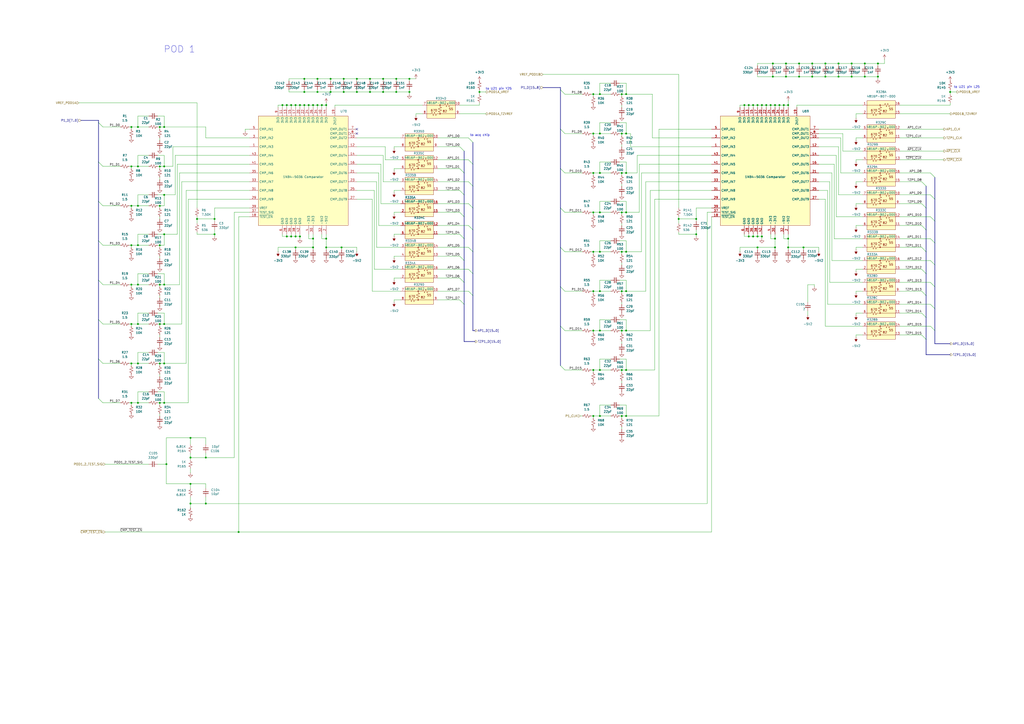
<source format=kicad_sch>
(kicad_sch (version 20250114) (generator "eeschema") (generator_version "9.0")
  (paper "A2")
  (text "to U21 pin Y25" (at 289.306 51.562 0) (effects (font (size 1.27 1.27))))
  (text "POD 1" (at 104.14 28.702 0) (effects (font (size 3.81 3.81))))
  (text "to acq chip" (at 278.384 78.486 0) (effects (font (size 1.27 1.27))))
  (text "to U21 pin L25" (at 560.832 50.546 0) (effects (font (size 1.27 1.27))))
  (junction (at 80.01 96.52))
  (junction (at 95.25 165.1))
  (junction (at 360.68 123.19))
  (junction (at 92.71 73.66))
  (junction (at 344.17 100.33))
  (junction (at 403.86 135.89))
  (junction (at 344.17 146.05))
  (junction (at 95.25 113.03))
  (junction (at 455.93 44.45))
  (junction (at 110.49 254))
  (junction (at 448.31 44.45))
  (junction (at 92.71 165.1))
  (junction (at 441.96 60.96))
  (junction (at 163.83 60.96))
  (junction (at 179.07 60.96))
  (junction (at 344.17 77.47))
  (junction (at 168.91 60.96))
  (junction (at 184.15 60.96))
  (junction (at 363.22 168.91))
  (junction (at 444.5 60.96))
  (junction (at 76.2 187.96))
  (junction (at 393.7 127))
  (junction (at 360.68 214.63))
  (junction (at 439.42 143.51))
  (junction (at 76.2 165.1))
  (junction (at 363.22 100.33))
  (junction (at 95.25 96.52))
  (junction (at 181.61 60.96))
  (junction (at 92.71 96.52))
  (junction (at 344.17 241.3))
  (junction (at 360.68 146.05))
  (junction (at 80.01 187.96))
  (junction (at 431.8 60.96))
  (junction (at 457.2 60.96))
  (junction (at 403.86 127))
  (junction (at 344.17 123.19))
  (junction (at 76.2 73.66))
  (junction (at 95.25 210.82))
  (junction (at 191.77 53.34))
  (junction (at 92.71 119.38))
  (junction (at 434.34 60.96))
  (junction (at 214.63 45.72))
  (junction (at 80.01 73.66))
  (junction (at 344.17 191.77))
  (junction (at 222.25 53.34))
  (junction (at 181.61 143.51))
  (junction (at 471.17 44.45))
  (junction (at 360.68 77.47))
  (junction (at 471.17 36.83))
  (junction (at 434.34 137.16))
  (junction (at 347.98 168.91))
  (junction (at 76.2 96.52))
  (junction (at 76.2 119.38))
  (junction (at 96.52 269.24))
  (junction (at 110.49 292.1))
  (junction (at 171.45 143.51))
  (junction (at 92.71 210.82))
  (junction (at 439.42 60.96))
  (junction (at 173.99 137.16))
  (junction (at 363.22 214.63))
  (junction (at 360.68 100.33))
  (junction (at 189.23 60.96))
  (junction (at 189.23 143.51))
  (junction (at 138.43 308.61))
  (junction (at 92.71 187.96))
  (junction (at 363.22 191.77))
  (junction (at 436.88 137.16))
  (junction (at 181.61 138.43))
  (junction (at 229.87 53.34))
  (junction (at 124.46 127))
  (junction (at 363.22 146.05))
  (junction (at 466.09 143.51))
  (junction (at 95.25 187.96))
  (junction (at 455.93 36.83))
  (junction (at 494.03 36.83))
  (junction (at 119.38 265.43))
  (junction (at 199.39 53.34))
  (junction (at 176.53 53.34))
  (junction (at 124.46 135.89))
  (junction (at 449.58 60.96))
  (junction (at 80.01 165.1))
  (junction (at 92.71 233.68))
  (junction (at 436.88 60.96))
  (junction (at 229.87 45.72))
  (junction (at 363.22 54.61))
  (junction (at 454.66 60.96))
  (junction (at 176.53 60.96))
  (junction (at 360.68 54.61))
  (junction (at 457.2 138.43))
  (junction (at 237.49 53.34))
  (junction (at 344.17 168.91))
  (junction (at 360.68 241.3))
  (junction (at 347.98 123.19))
  (junction (at 173.99 60.96))
  (junction (at 347.98 100.33))
  (junction (at 184.15 53.34))
  (junction (at 463.55 44.45))
  (junction (at 344.17 54.61))
  (junction (at 363.22 77.47))
  (junction (at 95.25 233.68))
  (junction (at 214.63 53.34))
  (junction (at 80.01 142.24))
  (junction (at 509.27 36.83))
  (junction (at 171.45 137.16))
  (junction (at 551.18 53.34))
  (junction (at 76.2 210.82))
  (junction (at 237.49 45.72))
  (junction (at 114.3 127))
  (junction (at 363.22 241.3))
  (junction (at 449.58 143.51))
  (junction (at 119.38 292.1))
  (junction (at 171.45 60.96))
  (junction (at 347.98 77.47))
  (junction (at 80.01 210.82))
  (junction (at 360.68 191.77))
  (junction (at 95.25 135.89))
  (junction (at 452.12 60.96))
  (junction (at 222.25 45.72))
  (junction (at 186.69 60.96))
  (junction (at 80.01 119.38))
  (junction (at 447.04 60.96))
  (junction (at 344.17 214.63))
  (junction (at 347.98 191.77))
  (junction (at 80.01 233.68))
  (junction (at 92.71 142.24))
  (junction (at 347.98 146.05))
  (junction (at 199.39 45.72))
  (junction (at 110.49 280.67))
  (junction (at 184.15 45.72))
  (junction (at 191.77 45.72))
  (junction (at 347.98 214.63))
  (junction (at 486.41 44.45))
  (junction (at 278.13 53.34))
  (junction (at 501.65 36.83))
  (junction (at 478.79 36.83))
  (junction (at 478.79 44.45))
  (junction (at 176.53 45.72))
  (junction (at 76.2 233.68))
  (junction (at 347.98 241.3))
  (junction (at 439.42 137.16))
  (junction (at 166.37 60.96))
  (junction (at 360.68 168.91))
  (junction (at 463.55 36.83))
  (junction (at 486.41 36.83))
  (junction (at 198.12 143.51))
  (junction (at 207.01 53.34))
  (junction (at 76.2 142.24))
  (junction (at 448.31 36.83))
  (junction (at 494.03 44.45))
  (junction (at 189.23 138.43))
  (junction (at 501.65 44.45))
  (junction (at 363.22 123.19))
  (junction (at 441.96 137.16))
  (junction (at 449.58 138.43))
  (junction (at 347.98 54.61))
  (junction (at 207.01 45.72))
  (junction (at 509.27 44.45))
  (junction (at 168.91 137.16))
  (junction (at 166.37 137.16))
  (junction (at 110.49 265.43))
  (junction (at 95.25 73.66))
  (junction (at 457.2 143.51))
  (no_connect (at 207.01 74.93))
  (no_connect (at 207.01 77.47))
  (bus_entry (at 325.12 189.23) (size 2.54 2.54))
  (bus_entry (at 325.12 74.93) (size 2.54 2.54))
  (bus_entry (at 57.15 71.12) (size 2.54 2.54))
  (bus_entry (at 271.78 156.21) (size 2.54 2.54))
  (bus_entry (at 539.75 189.23) (size 2.54 2.54))
  (bus_entry (at 57.15 139.7) (size 2.54 2.54))
  (bus_entry (at 325.12 166.37) (size 2.54 2.54))
  (bus_entry (at 325.12 97.79) (size 2.54 2.54))
  (bus_entry (at 325.12 212.09) (size 2.54 2.54))
  (bus_entry (at 534.67 194.31) (size 2.54 2.54))
  (bus_entry (at 266.7 123.19) (size 2.54 2.54))
  (bus_entry (at 57.15 208.28) (size 2.54 2.54))
  (bus_entry (at 534.67 143.51) (size 2.54 2.54))
  (bus_entry (at 534.67 168.91) (size 2.54 2.54))
  (bus_entry (at 266.7 97.79) (size 2.54 2.54))
  (bus_entry (at 539.75 138.43) (size 2.54 2.54))
  (bus_entry (at 534.67 156.21) (size 2.54 2.54))
  (bus_entry (at 266.7 173.99) (size 2.54 2.54))
  (bus_entry (at 271.78 105.41) (size 2.54 2.54))
  (bus_entry (at 539.75 151.13) (size 2.54 2.54))
  (bus_entry (at 266.7 161.29) (size 2.54 2.54))
  (bus_entry (at 325.12 120.65) (size 2.54 2.54))
  (bus_entry (at 539.75 100.33) (size 2.54 2.54))
  (bus_entry (at 325.12 52.07) (size 2.54 2.54))
  (bus_entry (at 271.78 130.81) (size 2.54 2.54))
  (bus_entry (at 266.7 85.09) (size 2.54 2.54))
  (bus_entry (at 271.78 118.11) (size 2.54 2.54))
  (bus_entry (at 57.15 231.14) (size 2.54 2.54))
  (bus_entry (at 539.75 163.83) (size 2.54 2.54))
  (bus_entry (at 57.15 185.42) (size 2.54 2.54))
  (bus_entry (at 57.15 162.56) (size 2.54 2.54))
  (bus_entry (at 539.75 125.73) (size 2.54 2.54))
  (bus_entry (at 271.78 80.01) (size 2.54 2.54))
  (bus_entry (at 57.15 116.84) (size 2.54 2.54))
  (bus_entry (at 266.7 110.49) (size 2.54 2.54))
  (bus_entry (at 271.78 143.51) (size 2.54 2.54))
  (bus_entry (at 539.75 113.03) (size 2.54 2.54))
  (bus_entry (at 271.78 92.71) (size 2.54 2.54))
  (bus_entry (at 534.67 130.81) (size 2.54 2.54))
  (bus_entry (at 534.67 118.11) (size 2.54 2.54))
  (bus_entry (at 266.7 135.89) (size 2.54 2.54))
  (bus_entry (at 534.67 181.61) (size 2.54 2.54))
  (bus_entry (at 534.67 105.41) (size 2.54 2.54))
  (bus_entry (at 57.15 93.98) (size 2.54 2.54))
  (bus_entry (at 271.78 168.91) (size 2.54 2.54))
  (bus_entry (at 266.7 148.59) (size 2.54 2.54))
  (bus_entry (at 325.12 143.51) (size 2.54 2.54))
  (bus_entry (at 539.75 176.53) (size 2.54 2.54))
  (wire (pts (xy 521.97 163.83) (xy 539.75 163.83)))
  (wire (pts (xy 439.42 135.89) (xy 439.42 137.16)))
  (wire (pts (xy 92.71 142.24) (xy 95.25 142.24)))
  (wire (pts (xy 119.38 292.1) (xy 110.49 292.1)))
  (bus (pts (xy 537.21 184.15) (xy 537.21 171.45)))
  (wire (pts (xy 76.2 96.52) (xy 80.01 96.52)))
  (wire (pts (xy 237.49 45.72) (xy 237.49 46.99)))
  (wire (pts (xy 92.71 233.68) (xy 92.71 234.95)))
  (wire (pts (xy 59.69 73.66) (xy 69.85 73.66)))
  (wire (pts (xy 439.42 60.96) (xy 439.42 62.23)))
  (wire (pts (xy 513.08 36.83) (xy 509.27 36.83)))
  (wire (pts (xy 207.01 53.34) (xy 199.39 53.34)))
  (bus (pts (xy 274.32 107.95) (xy 274.32 120.65)))
  (wire (pts (xy 254 80.01) (xy 271.78 80.01)))
  (wire (pts (xy 474.98 105.41) (xy 481.33 105.41)))
  (wire (pts (xy 360.68 100.33) (xy 363.22 100.33)))
  (wire (pts (xy 359.41 77.47) (xy 360.68 77.47)))
  (wire (pts (xy 360.68 241.3) (xy 360.68 242.57)))
  (wire (pts (xy 474.98 95.25) (xy 483.87 95.25)))
  (wire (pts (xy 359.41 71.12) (xy 363.22 71.12)))
  (wire (pts (xy 228.6 175.26) (xy 228.6 173.99)))
  (wire (pts (xy 91.44 142.24) (xy 92.71 142.24)))
  (wire (pts (xy 494.03 44.45) (xy 494.03 43.18)))
  (wire (pts (xy 481.33 163.83) (xy 481.33 105.41)))
  (wire (pts (xy 496.57 66.04) (xy 500.38 66.04)))
  (wire (pts (xy 142.24 76.2) (xy 142.24 74.93)))
  (wire (pts (xy 454.66 138.43) (xy 454.66 135.89)))
  (bus (pts (xy 537.21 196.85) (xy 537.21 205.74)))
  (wire (pts (xy 551.18 53.34) (xy 554.99 53.34)))
  (wire (pts (xy 359.41 54.61) (xy 360.68 54.61)))
  (bus (pts (xy 274.32 171.45) (xy 274.32 191.77)))
  (wire (pts (xy 496.57 157.48) (xy 496.57 156.21)))
  (wire (pts (xy 217.17 110.49) (xy 207.01 110.49)))
  (wire (pts (xy 463.55 44.45) (xy 455.93 44.45)))
  (wire (pts (xy 254 123.19) (xy 266.7 123.19)))
  (wire (pts (xy 336.55 241.3) (xy 337.82 241.3)))
  (wire (pts (xy 496.57 105.41) (xy 500.38 105.41)))
  (wire (pts (xy 466.09 143.51) (xy 457.2 143.51)))
  (wire (pts (xy 478.79 36.83) (xy 478.79 38.1)))
  (wire (pts (xy 119.38 265.43) (xy 119.38 262.89)))
  (wire (pts (xy 110.49 254) (xy 96.52 254)))
  (wire (pts (xy 241.3 66.04) (xy 245.11 66.04)))
  (wire (pts (xy 360.68 83.82) (xy 360.68 85.09)))
  (wire (pts (xy 222.25 105.41) (xy 222.25 90.17)))
  (wire (pts (xy 135.89 123.19) (xy 144.78 123.19)))
  (wire (pts (xy 254 143.51) (xy 271.78 143.51)))
  (wire (pts (xy 76.2 119.38) (xy 76.2 120.65)))
  (wire (pts (xy 412.75 90.17) (xy 369.57 90.17)))
  (wire (pts (xy 457.2 143.51) (xy 457.2 138.43)))
  (wire (pts (xy 347.98 191.77) (xy 354.33 191.77)))
  (wire (pts (xy 500.38 60.96) (xy 462.28 60.96)))
  (wire (pts (xy 114.3 127) (xy 124.46 127)))
  (wire (pts (xy 194.31 60.96) (xy 245.11 60.96)))
  (wire (pts (xy 509.27 44.45) (xy 509.27 45.72)))
  (wire (pts (xy 487.68 100.33) (xy 487.68 80.01)))
  (wire (pts (xy 521.97 92.71) (xy 547.37 92.71)))
  (wire (pts (xy 359.41 168.91) (xy 360.68 168.91)))
  (wire (pts (xy 76.2 210.82) (xy 76.2 212.09)))
  (wire (pts (xy 471.17 44.45) (xy 463.55 44.45)))
  (wire (pts (xy 95.25 233.68) (xy 109.22 233.68)))
  (bus (pts (xy 537.21 205.74) (xy 551.18 205.74)))
  (wire (pts (xy 168.91 60.96) (xy 168.91 62.23)))
  (wire (pts (xy 181.61 60.96) (xy 181.61 62.23)))
  (wire (pts (xy 347.98 116.84) (xy 354.33 116.84)))
  (wire (pts (xy 167.64 52.07) (xy 167.64 53.34)))
  (wire (pts (xy 377.19 110.49) (xy 412.75 110.49)))
  (wire (pts (xy 91.44 204.47) (xy 95.25 204.47)))
  (wire (pts (xy 45.72 59.69) (xy 114.3 59.69)))
  (wire (pts (xy 228.6 85.09) (xy 232.41 85.09)))
  (wire (pts (xy 359.41 139.7) (xy 363.22 139.7)))
  (wire (pts (xy 254 110.49) (xy 266.7 110.49)))
  (wire (pts (xy 166.37 60.96) (xy 166.37 62.23)))
  (wire (pts (xy 74.93 165.1) (xy 76.2 165.1)))
  (wire (pts (xy 494.03 44.45) (xy 486.41 44.45)))
  (wire (pts (xy 501.65 36.83) (xy 494.03 36.83)))
  (wire (pts (xy 363.22 71.12) (xy 363.22 77.47)))
  (wire (pts (xy 101.6 90.17) (xy 101.6 113.03)))
  (wire (pts (xy 439.42 60.96) (xy 436.88 60.96)))
  (wire (pts (xy 449.58 60.96) (xy 449.58 62.23)))
  (wire (pts (xy 80.01 90.17) (xy 86.36 90.17)))
  (wire (pts (xy 198.12 143.51) (xy 198.12 144.78)))
  (wire (pts (xy 80.01 181.61) (xy 86.36 181.61)))
  (wire (pts (xy 363.22 241.3) (xy 382.27 241.3)))
  (wire (pts (xy 360.68 241.3) (xy 363.22 241.3)))
  (wire (pts (xy 219.71 100.33) (xy 207.01 100.33)))
  (wire (pts (xy 488.95 77.47) (xy 474.98 77.47)))
  (wire (pts (xy 176.53 60.96) (xy 173.99 60.96)))
  (bus (pts (xy 542.29 191.77) (xy 542.29 199.39)))
  (wire (pts (xy 360.68 220.98) (xy 360.68 222.25)))
  (wire (pts (xy 521.97 130.81) (xy 534.67 130.81)))
  (wire (pts (xy 74.93 233.68) (xy 76.2 233.68)))
  (wire (pts (xy 228.6 110.49) (xy 232.41 110.49)))
  (wire (pts (xy 347.98 139.7) (xy 347.98 146.05)))
  (wire (pts (xy 347.98 93.98) (xy 354.33 93.98)))
  (wire (pts (xy 161.29 146.05) (xy 161.29 143.51)))
  (wire (pts (xy 176.53 60.96) (xy 176.53 62.23)))
  (wire (pts (xy 80.01 165.1) (xy 86.36 165.1)))
  (wire (pts (xy 92.71 165.1) (xy 92.71 166.37)))
  (wire (pts (xy 363.22 168.91) (xy 374.65 168.91)))
  (wire (pts (xy 410.21 292.1) (xy 410.21 123.19)))
  (wire (pts (xy 228.6 162.56) (xy 228.6 161.29)))
  (wire (pts (xy 521.97 74.93) (xy 547.37 74.93)))
  (wire (pts (xy 372.11 100.33) (xy 412.75 100.33)))
  (wire (pts (xy 360.68 77.47) (xy 363.22 77.47)))
  (wire (pts (xy 365.76 85.09) (xy 412.75 85.09)))
  (wire (pts (xy 163.83 60.96) (xy 161.29 60.96)))
  (wire (pts (xy 457.2 138.43) (xy 454.66 138.43)))
  (wire (pts (xy 76.2 233.68) (xy 76.2 234.95)))
  (wire (pts (xy 455.93 44.45) (xy 448.31 44.45)))
  (wire (pts (xy 168.91 60.96) (xy 166.37 60.96)))
  (wire (pts (xy 441.96 60.96) (xy 439.42 60.96)))
  (wire (pts (xy 95.25 187.96) (xy 105.41 187.96)))
  (wire (pts (xy 237.49 53.34) (xy 237.49 54.61)))
  (wire (pts (xy 124.46 135.89) (xy 124.46 137.16)))
  (wire (pts (xy 254 130.81) (xy 271.78 130.81)))
  (wire (pts (xy 496.57 93.98) (xy 496.57 92.71)))
  (wire (pts (xy 521.97 194.31) (xy 534.67 194.31)))
  (wire (pts (xy 220.98 95.25) (xy 207.01 95.25)))
  (wire (pts (xy 60.96 308.61) (xy 138.43 308.61)))
  (wire (pts (xy 360.68 60.96) (xy 360.68 62.23)))
  (wire (pts (xy 457.2 135.89) (xy 457.2 138.43)))
  (wire (pts (xy 344.17 214.63) (xy 347.98 214.63)))
  (wire (pts (xy 181.61 143.51) (xy 171.45 143.51)))
  (wire (pts (xy 360.68 191.77) (xy 363.22 191.77)))
  (wire (pts (xy 474.98 143.51) (xy 466.09 143.51)))
  (wire (pts (xy 142.24 74.93) (xy 144.78 74.93)))
  (wire (pts (xy 347.98 185.42) (xy 354.33 185.42)))
  (bus (pts (xy 57.15 162.56) (xy 57.15 185.42)))
  (wire (pts (xy 228.6 124.46) (xy 228.6 123.19)))
  (wire (pts (xy 119.38 265.43) (xy 135.89 265.43)))
  (wire (pts (xy 92.71 148.59) (xy 92.71 149.86)))
  (wire (pts (xy 92.71 233.68) (xy 95.25 233.68)))
  (wire (pts (xy 219.71 130.81) (xy 219.71 100.33)))
  (wire (pts (xy 496.57 106.68) (xy 496.57 105.41)))
  (wire (pts (xy 80.01 113.03) (xy 86.36 113.03)))
  (wire (pts (xy 486.41 44.45) (xy 478.79 44.45)))
  (wire (pts (xy 448.31 44.45) (xy 439.42 44.45)))
  (wire (pts (xy 360.68 129.54) (xy 360.68 130.81)))
  (wire (pts (xy 449.58 143.51) (xy 449.58 144.78)))
  (bus (pts (xy 542.29 128.27) (xy 542.29 115.57)))
  (wire (pts (xy 92.71 125.73) (xy 92.71 127)))
  (wire (pts (xy 74.93 142.24) (xy 76.2 142.24)))
  (wire (pts (xy 91.44 73.66) (xy 92.71 73.66)))
  (wire (pts (xy 393.7 127) (xy 403.86 127)))
  (wire (pts (xy 360.68 54.61) (xy 363.22 54.61)))
  (wire (pts (xy 76.2 165.1) (xy 80.01 165.1)))
  (wire (pts (xy 448.31 36.83) (xy 439.42 36.83)))
  (wire (pts (xy 521.97 100.33) (xy 539.75 100.33)))
  (wire (pts (xy 496.57 182.88) (xy 496.57 181.61)))
  (wire (pts (xy 91.44 233.68) (xy 92.71 233.68)))
  (bus (pts (xy 537.21 196.85) (xy 537.21 184.15)))
  (wire (pts (xy 166.37 137.16) (xy 163.83 137.16)))
  (bus (pts (xy 542.29 115.57) (xy 542.29 102.87)))
  (wire (pts (xy 215.9 115.57) (xy 207.01 115.57)))
  (wire (pts (xy 214.63 53.34) (xy 214.63 52.07)))
  (wire (pts (xy 181.61 143.51) (xy 181.61 138.43)))
  (wire (pts (xy 138.43 308.61) (xy 412.75 308.61)))
  (wire (pts (xy 412.75 125.73) (xy 412.75 308.61)))
  (wire (pts (xy 110.49 265.43) (xy 119.38 265.43)))
  (bus (pts (xy 57.15 69.85) (xy 57.15 71.12)))
  (wire (pts (xy 521.97 80.01) (xy 547.37 80.01)))
  (wire (pts (xy 119.38 283.21) (xy 119.38 280.67)))
  (wire (pts (xy 207.01 45.72) (xy 199.39 45.72)))
  (wire (pts (xy 359.41 241.3) (xy 360.68 241.3)))
  (wire (pts (xy 344.17 191.77) (xy 347.98 191.77)))
  (wire (pts (xy 80.01 113.03) (xy 80.01 119.38)))
  (wire (pts (xy 80.01 119.38) (xy 86.36 119.38)))
  (wire (pts (xy 487.68 80.01) (xy 474.98 80.01)))
  (wire (pts (xy 76.2 233.68) (xy 80.01 233.68)))
  (wire (pts (xy 474.98 100.33) (xy 482.6 100.33)))
  (wire (pts (xy 92.71 165.1) (xy 95.25 165.1)))
  (wire (pts (xy 360.68 152.4) (xy 360.68 153.67)))
  (wire (pts (xy 223.52 85.09) (xy 207.01 85.09)))
  (wire (pts (xy 342.9 214.63) (xy 344.17 214.63)))
  (bus (pts (xy 325.12 166.37) (xy 325.12 189.23)))
  (wire (pts (xy 344.17 123.19) (xy 347.98 123.19)))
  (wire (pts (xy 80.01 73.66) (xy 86.36 73.66)))
  (wire (pts (xy 521.97 181.61) (xy 534.67 181.61)))
  (wire (pts (xy 237.49 45.72) (xy 229.87 45.72)))
  (bus (pts (xy 537.21 171.45) (xy 537.21 158.75)))
  (wire (pts (xy 119.38 292.1) (xy 410.21 292.1)))
  (wire (pts (xy 184.15 60.96) (xy 184.15 62.23)))
  (wire (pts (xy 59.69 96.52) (xy 69.85 96.52)))
  (wire (pts (xy 403.86 127) (xy 403.86 120.65)))
  (wire (pts (xy 363.22 77.47) (xy 365.76 77.47)))
  (wire (pts (xy 483.87 138.43) (xy 500.38 138.43)))
  (wire (pts (xy 80.01 204.47) (xy 80.01 210.82)))
  (wire (pts (xy 509.27 44.45) (xy 509.27 43.18)))
  (wire (pts (xy 403.86 135.89) (xy 403.86 137.16)))
  (wire (pts (xy 360.68 146.05) (xy 363.22 146.05)))
  (wire (pts (xy 110.49 266.7) (xy 110.49 265.43)))
  (wire (pts (xy 181.61 60.96) (xy 179.07 60.96)))
  (wire (pts (xy 347.98 162.56) (xy 354.33 162.56)))
  (wire (pts (xy 344.17 191.77) (xy 344.17 193.04)))
  (wire (pts (xy 114.3 125.73) (xy 114.3 127)))
  (wire (pts (xy 189.23 60.96) (xy 189.23 59.69)))
  (wire (pts (xy 378.46 80.01) (xy 412.75 80.01)))
  (wire (pts (xy 80.01 67.31) (xy 80.01 73.66)))
  (wire (pts (xy 521.97 156.21) (xy 534.67 156.21)))
  (wire (pts (xy 278.13 53.34) (xy 278.13 52.07)))
  (wire (pts (xy 92.71 217.17) (xy 92.71 218.44)))
  (wire (pts (xy 96.52 269.24) (xy 96.52 280.67)))
  (wire (pts (xy 76.2 187.96) (xy 80.01 187.96)))
  (wire (pts (xy 496.57 81.28) (xy 496.57 80.01)))
  (wire (pts (xy 344.17 100.33) (xy 344.17 101.6)))
  (wire (pts (xy 360.68 168.91) (xy 360.68 170.18)))
  (wire (pts (xy 429.26 60.96) (xy 429.26 62.23)))
  (wire (pts (xy 344.17 214.63) (xy 344.17 215.9)))
  (wire (pts (xy 91.44 227.33) (xy 95.25 227.33)))
  (wire (pts (xy 344.17 77.47) (xy 347.98 77.47)))
  (wire (pts (xy 429.26 146.05) (xy 429.26 143.51)))
  (wire (pts (xy 403.86 127) (xy 403.86 128.27)))
  (wire (pts (xy 434.34 135.89) (xy 434.34 137.16)))
  (wire (pts (xy 486.41 113.03) (xy 486.41 85.09)))
  (wire (pts (xy 241.3 67.31) (xy 241.3 66.04)))
  (wire (pts (xy 468.63 165.1) (xy 468.63 175.26)))
  (wire (pts (xy 521.97 87.63) (xy 547.37 87.63)))
  (wire (pts (xy 161.29 60.96) (xy 161.29 62.23)))
  (bus (pts (xy 269.24 176.53) (xy 269.24 198.12)))
  (wire (pts (xy 199.39 45.72) (xy 191.77 45.72)))
  (wire (pts (xy 360.68 100.33) (xy 360.68 101.6)))
  (wire (pts (xy 342.9 146.05) (xy 344.17 146.05)))
  (wire (pts (xy 347.98 100.33) (xy 354.33 100.33)))
  (wire (pts (xy 337.82 54.61) (xy 327.66 54.61)))
  (wire (pts (xy 179.07 60.96) (xy 179.07 62.23)))
  (wire (pts (xy 181.61 143.51) (xy 181.61 144.78)))
  (wire (pts (xy 189.23 60.96) (xy 186.69 60.96)))
  (wire (pts (xy 95.25 73.66) (xy 119.38 73.66)))
  (wire (pts (xy 454.66 60.96) (xy 452.12 60.96)))
  (wire (pts (xy 176.53 45.72) (xy 176.53 46.99)))
  (wire (pts (xy 176.53 53.34) (xy 167.64 53.34)))
  (wire (pts (xy 496.57 181.61) (xy 500.38 181.61)))
  (wire (pts (xy 429.26 143.51) (xy 439.42 143.51)))
  (wire (pts (xy 478.79 44.45) (xy 478.79 43.18)))
  (wire (pts (xy 462.28 60.96) (xy 462.28 62.23)))
  (wire (pts (xy 327.66 214.63) (xy 337.82 214.63)))
  (wire (pts (xy 91.44 269.24) (xy 96.52 269.24)))
  (wire (pts (xy 95.25 67.31) (xy 95.25 73.66)))
  (wire (pts (xy 199.39 53.34) (xy 191.77 53.34)))
  (wire (pts (xy 241.3 45.72) (xy 237.49 45.72)))
  (bus (pts (xy 269.24 87.63) (xy 269.24 100.33)))
  (wire (pts (xy 337.82 77.47) (xy 327.66 77.47)))
  (wire (pts (xy 91.44 90.17) (xy 95.25 90.17)))
  (wire (pts (xy 359.41 185.42) (xy 363.22 185.42)))
  (wire (pts (xy 521.97 105.41) (xy 534.67 105.41)))
  (wire (pts (xy 179.07 138.43) (xy 181.61 138.43)))
  (wire (pts (xy 363.22 48.26) (xy 363.22 54.61)))
  (wire (pts (xy 344.17 54.61) (xy 347.98 54.61)))
  (wire (pts (xy 496.57 130.81) (xy 500.38 130.81)))
  (wire (pts (xy 232.41 92.71) (xy 223.52 92.71)))
  (wire (pts (xy 551.18 59.69) (xy 551.18 60.96)))
  (wire (pts (xy 363.22 191.77) (xy 377.19 191.77)))
  (wire (pts (xy 521.97 113.03) (xy 539.75 113.03)))
  (wire (pts (xy 80.01 227.33) (xy 80.01 233.68)))
  (wire (pts (xy 374.65 168.91) (xy 374.65 105.41)))
  (wire (pts (xy 344.17 241.3) (xy 344.17 242.57)))
  (wire (pts (xy 110.49 265.43) (xy 110.49 262.89)))
  (wire (pts (xy 482.6 151.13) (xy 500.38 151.13)))
  (wire (pts (xy 110.49 271.78) (xy 110.49 274.32)))
  (wire (pts (xy 436.88 60.96) (xy 436.88 62.23)))
  (wire (pts (xy 347.98 162.56) (xy 347.98 168.91)))
  (wire (pts (xy 434.34 60.96) (xy 434.34 62.23)))
  (wire (pts (xy 452.12 60.96) (xy 449.58 60.96)))
  (wire (pts (xy 360.68 247.65) (xy 360.68 248.92)))
  (wire (pts (xy 179.07 135.89) (xy 179.07 138.43)))
  (wire (pts (xy 254 148.59) (xy 266.7 148.59)))
  (wire (pts (xy 439.42 36.83) (xy 439.42 38.1)))
  (wire (pts (xy 454.66 60.96) (xy 454.66 62.23)))
  (wire (pts (xy 447.04 138.43) (xy 449.58 138.43)))
  (wire (pts (xy 95.25 158.75) (xy 95.25 165.1)))
  (wire (pts (xy 478.79 189.23) (xy 500.38 189.23)))
  (wire (pts (xy 436.88 137.16) (xy 434.34 137.16)))
  (wire (pts (xy 496.57 80.01) (xy 500.38 80.01)))
  (wire (pts (xy 100.33 85.09) (xy 144.78 85.09)))
  (wire (pts (xy 363.22 208.28) (xy 363.22 214.63)))
  (wire (pts (xy 347.98 234.95) (xy 347.98 241.3)))
  (wire (pts (xy 342.9 191.77) (xy 344.17 191.77)))
  (wire (pts (xy 92.71 187.96) (xy 95.25 187.96)))
  (bus (pts (xy 537.21 120.65) (xy 537.21 107.95)))
  (wire (pts (xy 69.85 165.1) (xy 59.69 165.1)))
  (wire (pts (xy 171.45 60.96) (xy 171.45 62.23)))
  (bus (pts (xy 325.12 189.23) (xy 325.12 212.09)))
  (wire (pts (xy 441.96 60.96) (xy 441.96 62.23)))
  (wire (pts (xy 360.68 146.05) (xy 360.68 147.32)))
  (wire (pts (xy 168.91 137.16) (xy 166.37 137.16)))
  (wire (pts (xy 101.6 113.03) (xy 95.25 113.03)))
  (wire (pts (xy 194.31 62.23) (xy 194.31 60.96)))
  (wire (pts (xy 189.23 143.51) (xy 189.23 138.43)))
  (wire (pts (xy 110.49 280.67) (xy 119.38 280.67)))
  (wire (pts (xy 92.71 194.31) (xy 92.71 195.58)))
  (wire (pts (xy 365.76 77.47) (xy 365.76 85.09)))
  (wire (pts (xy 457.2 60.96) (xy 457.2 62.23)))
  (wire (pts (xy 347.98 116.84) (xy 347.98 123.19)))
  (wire (pts (xy 184.15 53.34) (xy 176.53 53.34)))
  (wire (pts (xy 360.68 198.12) (xy 360.68 199.39)))
  (wire (pts (xy 80.01 135.89) (xy 86.36 135.89)))
  (wire (pts (xy 359.41 116.84) (xy 363.22 116.84)))
  (wire (pts (xy 214.63 45.72) (xy 214.63 46.99)))
  (wire (pts (xy 222.25 45.72) (xy 222.25 46.99)))
  (wire (pts (xy 278.13 53.34) (xy 281.94 53.34)))
  (wire (pts (xy 466.09 143.51) (xy 466.09 144.78)))
  (wire (pts (xy 102.87 95.25) (xy 144.78 95.25)))
  (bus (pts (xy 269.24 163.83) (xy 269.24 176.53)))
  (wire (pts (xy 439.42 137.16) (xy 436.88 137.16)))
  (wire (pts (xy 91.44 210.82) (xy 92.71 210.82)))
  (wire (pts (xy 363.22 100.33) (xy 369.57 100.33)))
  (wire (pts (xy 74.93 73.66) (xy 76.2 73.66)))
  (wire (pts (xy 104.14 100.33) (xy 144.78 100.33)))
  (wire (pts (xy 359.41 48.26) (xy 363.22 48.26)))
  (wire (pts (xy 237.49 53.34) (xy 229.87 53.34)))
  (wire (pts (xy 347.98 93.98) (xy 347.98 100.33)))
  (wire (pts (xy 173.99 60.96) (xy 173.99 62.23)))
  (wire (pts (xy 359.41 208.28) (xy 363.22 208.28)))
  (wire (pts (xy 455.93 36.83) (xy 455.93 38.1)))
  (wire (pts (xy 496.57 118.11) (xy 500.38 118.11)))
  (wire (pts (xy 95.25 204.47) (xy 95.25 210.82)))
  (wire (pts (xy 228.6 135.89) (xy 232.41 135.89)))
  (wire (pts (xy 463.55 36.83) (xy 455.93 36.83)))
  (wire (pts (xy 359.41 214.63) (xy 360.68 214.63)))
  (wire (pts (xy 347.98 208.28) (xy 347.98 214.63)))
  (wire (pts (xy 501.65 36.83) (xy 501.65 38.1)))
  (wire (pts (xy 105.41 105.41) (xy 144.78 105.41)))
  (wire (pts (xy 327.66 146.05) (xy 337.82 146.05)))
  (wire (pts (xy 91.44 67.31) (xy 95.25 67.31)))
  (wire (pts (xy 347.98 241.3) (xy 354.33 241.3)))
  (wire (pts (xy 254 161.29) (xy 266.7 161.29)))
  (wire (pts (xy 92.71 102.87) (xy 92.71 104.14)))
  (wire (pts (xy 347.98 123.19) (xy 354.33 123.19)))
  (wire (pts (xy 478.79 36.83) (xy 471.17 36.83)))
  (wire (pts (xy 474.98 74.93) (xy 500.38 74.93)))
  (bus (pts (xy 542.29 179.07) (xy 542.29 166.37)))
  (wire (pts (xy 344.17 146.05) (xy 344.17 147.32)))
  (wire (pts (xy 102.87 95.25) (xy 102.87 135.89)))
  (wire (pts (xy 100.33 96.52) (xy 100.33 85.09)))
  (wire (pts (xy 173.99 137.16) (xy 171.45 137.16)))
  (wire (pts (xy 501.65 44.45) (xy 501.65 43.18)))
  (wire (pts (xy 69.85 210.82) (xy 59.69 210.82)))
  (wire (pts (xy 410.21 123.19) (xy 412.75 123.19)))
  (wire (pts (xy 496.57 68.58) (xy 496.57 66.04)))
  (wire (pts (xy 455.93 36.83) (xy 448.31 36.83)))
  (wire (pts (xy 167.64 45.72) (xy 167.64 46.99)))
  (wire (pts (xy 359.41 146.05) (xy 360.68 146.05)))
  (wire (pts (xy 254 92.71) (xy 271.78 92.71)))
  (wire (pts (xy 342.9 100.33) (xy 344.17 100.33)))
  (wire (pts (xy 161.29 143.51) (xy 171.45 143.51)))
  (wire (pts (xy 494.03 36.83) (xy 486.41 36.83)))
  (wire (pts (xy 254 105.41) (xy 271.78 105.41)))
  (wire (pts (xy 344.17 123.19) (xy 344.17 124.46)))
  (wire (pts (xy 237.49 53.34) (xy 237.49 52.07)))
  (bus (pts (xy 274.32 146.05) (xy 274.32 158.75)))
  (wire (pts (xy 347.98 71.12) (xy 347.98 77.47)))
  (wire (pts (xy 359.41 100.33) (xy 360.68 100.33)))
  (wire (pts (xy 521.97 118.11) (xy 534.67 118.11)))
  (wire (pts (xy 480.06 176.53) (xy 500.38 176.53)))
  (wire (pts (xy 521.97 66.04) (xy 551.18 66.04)))
  (wire (pts (xy 447.04 60.96) (xy 444.5 60.96)))
  (bus (pts (xy 314.96 50.8) (xy 325.12 50.8)))
  (wire (pts (xy 80.01 158.75) (xy 80.01 165.1)))
  (wire (pts (xy 496.57 168.91) (xy 500.38 168.91)))
  (wire (pts (xy 449.58 143.51) (xy 449.58 138.43)))
  (wire (pts (xy 124.46 120.65) (xy 144.78 120.65)))
  (wire (pts (xy 91.44 165.1) (xy 92.71 165.1)))
  (bus (pts (xy 274.32 95.25) (xy 274.32 107.95)))
  (wire (pts (xy 76.2 119.38) (xy 80.01 119.38)))
  (wire (pts (xy 114.3 135.89) (xy 114.3 134.62)))
  (wire (pts (xy 347.98 168.91) (xy 354.33 168.91)))
  (wire (pts (xy 95.25 96.52) (xy 100.33 96.52)))
  (wire (pts (xy 344.17 168.91) (xy 347.98 168.91)))
  (wire (pts (xy 486.41 44.45) (xy 486.41 43.18)))
  (wire (pts (xy 76.2 210.82) (xy 80.01 210.82)))
  (wire (pts (xy 214.63 53.34) (xy 207.01 53.34)))
  (wire (pts (xy 521.97 138.43) (xy 539.75 138.43)))
  (wire (pts (xy 360.68 54.61) (xy 360.68 55.88)))
  (bus (pts (xy 57.15 185.42) (xy 57.15 208.28)))
  (wire (pts (xy 228.6 99.06) (xy 228.6 97.79)))
  (wire (pts (xy 374.65 105.41) (xy 412.75 105.41)))
  (wire (pts (xy 254 97.79) (xy 266.7 97.79)))
  (wire (pts (xy 124.46 135.89) (xy 114.3 135.89)))
  (wire (pts (xy 449.58 135.89) (xy 449.58 138.43)))
  (bus (pts (xy 274.32 191.77) (xy 275.59 191.77)))
  (wire (pts (xy 449.58 60.96) (xy 447.04 60.96)))
  (wire (pts (xy 222.25 53.34) (xy 214.63 53.34)))
  (wire (pts (xy 110.49 288.29) (xy 110.49 292.1)))
  (wire (pts (xy 92.71 119.38) (xy 92.71 120.65)))
  (wire (pts (xy 80.01 90.17) (xy 80.01 96.52)))
  (wire (pts (xy 359.41 162.56) (xy 363.22 162.56)))
  (wire (pts (xy 80.01 67.31) (xy 86.36 67.31)))
  (wire (pts (xy 179.07 60.96) (xy 176.53 60.96)))
  (wire (pts (xy 486.41 36.83) (xy 486.41 38.1)))
  (wire (pts (xy 91.44 158.75) (xy 95.25 158.75)))
  (wire (pts (xy 521.97 168.91) (xy 534.67 168.91)))
  (wire (pts (xy 199.39 45.72) (xy 199.39 46.99)))
  (wire (pts (xy 496.57 194.31) (xy 500.38 194.31)))
  (wire (pts (xy 327.66 191.77) (xy 337.82 191.77)))
  (wire (pts (xy 92.71 73.66) (xy 92.71 74.93)))
  (bus (pts (xy 57.15 208.28) (xy 57.15 231.14)))
  (wire (pts (xy 457.2 60.96) (xy 457.2 58.42)))
  (wire (pts (xy 74.93 96.52) (xy 76.2 96.52)))
  (wire (pts (xy 347.98 71.12) (xy 354.33 71.12)))
  (wire (pts (xy 176.53 53.34) (xy 176.53 52.07)))
  (wire (pts (xy 474.98 146.05) (xy 474.98 143.51)))
  (wire (pts (xy 95.25 135.89) (xy 95.25 142.24)))
  (wire (pts (xy 363.22 139.7) (xy 363.22 146.05)))
  (wire (pts (xy 218.44 105.41) (xy 207.01 105.41)))
  (wire (pts (xy 403.86 135.89) (xy 393.7 135.89)))
  (wire (pts (xy 342.9 77.47) (xy 344.17 77.47)))
  (wire (pts (xy 360.68 123.19) (xy 360.68 124.46)))
  (wire (pts (xy 76.2 142.24) (xy 80.01 142.24)))
  (wire (pts (xy 431.8 60.96) (xy 431.8 62.23)))
  (wire (pts (xy 342.9 241.3) (xy 344.17 241.3)))
  (wire (pts (xy 92.71 73.66) (xy 95.25 73.66)))
  (wire (pts (xy 434.34 60.96) (xy 431.8 60.96)))
  (wire (pts (xy 496.57 195.58) (xy 496.57 194.31)))
  (wire (pts (xy 509.27 36.83) (xy 501.65 36.83)))
  (wire (pts (xy 344.17 168.91) (xy 344.17 170.18)))
  (wire (pts (xy 92.71 171.45) (xy 92.71 172.72)))
  (wire (pts (xy 232.41 143.51) (xy 218.44 143.51)))
  (wire (pts (xy 138.43 125.73) (xy 144.78 125.73)))
  (wire (pts (xy 207.01 80.01) (xy 232.41 80.01)))
  (wire (pts (xy 254 173.99) (xy 266.7 173.99)))
  (wire (pts (xy 229.87 45.72) (xy 222.25 45.72)))
  (wire (pts (xy 439.42 43.18) (xy 439.42 44.45)))
  (wire (pts (xy 254 135.89) (xy 266.7 135.89)))
  (wire (pts (xy 228.6 173.99) (xy 232.41 173.99)))
  (wire (pts (xy 228.6 137.16) (xy 228.6 135.89)))
  (wire (pts (xy 344.17 241.3) (xy 347.98 241.3)))
  (wire (pts (xy 191.77 45.72) (xy 191.77 46.99)))
  (wire (pts (xy 360.68 168.91) (xy 363.22 168.91)))
  (wire (pts (xy 359.41 191.77) (xy 360.68 191.77)))
  (wire (pts (xy 105.41 105.41) (xy 105.41 187.96)))
  (wire (pts (xy 222.25 45.72) (xy 214.63 45.72)))
  (wire (pts (xy 478.79 115.57) (xy 474.98 115.57)))
  (wire (pts (xy 80.01 187.96) (xy 86.36 187.96)))
  (wire (pts (xy 92.71 210.82) (xy 95.25 210.82)))
  (wire (pts (xy 91.44 119.38) (xy 92.71 119.38)))
  (wire (pts (xy 393.7 43.18) (xy 393.7 120.65)))
  (wire (pts (xy 80.01 181.61) (xy 80.01 187.96)))
  (wire (pts (xy 107.95 110.49) (xy 144.78 110.49)))
  (wire (pts (xy 447.04 60.96) (xy 447.04 62.23)))
  (wire (pts (xy 363.22 234.95) (xy 363.22 241.3)))
  (wire (pts (xy 171.45 60.96) (xy 168.91 60.96)))
  (wire (pts (xy 363.22 185.42) (xy 363.22 191.77)))
  (wire (pts (xy 347.98 48.26) (xy 347.98 54.61)))
  (wire (pts (xy 342.9 54.61) (xy 344.17 54.61)))
  (wire (pts (xy 96.52 280.67) (xy 110.49 280.67)))
  (bus (pts (xy 57.15 116.84) (xy 57.15 139.7)))
  (wire (pts (xy 166.37 135.89) (xy 166.37 137.16)))
  (wire (pts (xy 92.71 240.03) (xy 92.71 241.3)))
  (wire (pts (xy 363.22 123.19) (xy 370.84 123.19)))
  (wire (pts (xy 80.01 210.82) (xy 86.36 210.82)))
  (bus (pts (xy 57.15 71.12) (xy 57.15 93.98)))
  (wire (pts (xy 471.17 36.83) (xy 463.55 36.83)))
  (bus (pts (xy 57.15 93.98) (xy 57.15 116.84)))
  (wire (pts (xy 360.68 214.63) (xy 363.22 214.63)))
  (wire (pts (xy 436.88 135.89) (xy 436.88 137.16)))
  (wire (pts (xy 314.96 43.18) (xy 393.7 43.18)))
  (bus (pts (xy 269.24 100.33) (xy 269.24 113.03)))
  (wire (pts (xy 382.27 74.93) (xy 382.27 241.3)))
  (bus (pts (xy 46.99 69.85) (xy 57.15 69.85)))
  (wire (pts (xy 347.98 139.7) (xy 354.33 139.7)))
  (wire (pts (xy 124.46 133.35) (xy 124.46 135.89)))
  (bus (pts (xy 274.32 82.55) (xy 274.32 95.25)))
  (wire (pts (xy 135.89 123.19) (xy 135.89 265.43)))
  (wire (pts (xy 109.22 115.57) (xy 144.78 115.57)))
  (wire (pts (xy 232.41 168.91) (xy 215.9 168.91)))
  (wire (pts (xy 59.69 119.38) (xy 69.85 119.38)))
  (wire (pts (xy 110.49 254) (xy 119.38 254)))
  (wire (pts (xy 372.11 146.05) (xy 372.11 100.33)))
  (wire (pts (xy 449.58 143.51) (xy 439.42 143.51)))
  (wire (pts (xy 441.96 135.89) (xy 441.96 137.16)))
  (wire (pts (xy 76.2 73.66) (xy 76.2 74.93)))
  (wire (pts (xy 144.78 80.01) (xy 119.38 80.01)))
  (wire (pts (xy 92.71 119.38) (xy 95.25 119.38)))
  (wire (pts (xy 337.82 123.19) (xy 327.66 123.19)))
  (wire (pts (xy 278.13 54.61) (xy 278.13 53.34)))
  (wire (pts (xy 91.44 96.52) (xy 92.71 96.52)))
  (wire (pts (xy 80.01 158.75) (xy 86.36 158.75)))
  (wire (pts (xy 337.82 100.33) (xy 327.66 100.33)))
  (wire (pts (xy 119.38 288.29) (xy 119.38 292.1)))
  (wire (pts (xy 344.17 77.47) (xy 344.17 78.74)))
  (bus (pts (xy 537.21 158.75) (xy 537.21 146.05)))
  (wire (pts (xy 189.23 138.43) (xy 186.69 138.43)))
  (wire (pts (xy 403.86 120.65) (xy 412.75 120.65)))
  (bus (pts (xy 542.29 191.77) (xy 542.29 179.07)))
  (wire (pts (xy 223.52 92.71) (xy 223.52 85.09)))
  (wire (pts (xy 377.19 191.77) (xy 377.19 110.49)))
  (bus (pts (xy 274.32 158.75) (xy 274.32 171.45)))
  (wire (pts (xy 360.68 214.63) (xy 360.68 215.9)))
  (wire (pts (xy 347.98 77.47) (xy 354.33 77.47)))
  (wire (pts (xy 207.01 90.17) (xy 222.25 90.17)))
  (wire (pts (xy 496.57 156.21) (xy 500.38 156.21)))
  (wire (pts (xy 186.69 138.43) (xy 186.69 135.89)))
  (wire (pts (xy 76.2 73.66) (xy 80.01 73.66)))
  (wire (pts (xy 217.17 156.21) (xy 217.17 110.49)))
  (wire (pts (xy 207.01 53.34) (xy 207.01 52.07)))
  (wire (pts (xy 347.98 234.95) (xy 354.33 234.95)))
  (wire (pts (xy 214.63 45.72) (xy 207.01 45.72)))
  (wire (pts (xy 207.01 45.72) (xy 207.01 46.99)))
  (wire (pts (xy 92.71 187.96) (xy 92.71 189.23)))
  (wire (pts (xy 370.84 123.19) (xy 370.84 95.25)))
  (wire (pts (xy 359.41 234.95) (xy 363.22 234.95)))
  (wire (pts (xy 198.12 143.51) (xy 189.23 143.51)))
  (bus (pts (xy 269.24 151.13) (xy 269.24 163.83)))
  (wire (pts (xy 107.95 110.49) (xy 107.95 210.82)))
  (bus (pts (xy 325.12 74.93) (xy 325.12 97.79)))
  (wire (pts (xy 254 118.11) (xy 271.78 118.11)))
  (wire (pts (xy 393.7 127) (xy 393.7 129.54)))
  (wire (pts (xy 266.7 66.04) (xy 281.94 66.04)))
  (wire (pts (xy 171.45 135.89) (xy 171.45 137.16)))
  (wire (pts (xy 184.15 60.96) (xy 181.61 60.96)))
  (wire (pts (xy 124.46 127) (xy 124.46 120.65)))
  (wire (pts (xy 232.41 105.41) (xy 222.25 105.41)))
  (wire (pts (xy 496.57 132.08) (xy 496.57 130.81)))
  (wire (pts (xy 370.84 95.25) (xy 412.75 95.25)))
  (bus (pts (xy 542.29 140.97) (xy 542.29 128.27)))
  (wire (pts (xy 485.14 125.73) (xy 485.14 90.17)))
  (wire (pts (xy 485.14 125.73) (xy 500.38 125.73)))
  (wire (pts (xy 228.6 86.36) (xy 228.6 85.09)))
  (wire (pts (xy 119.38 80.01) (xy 119.38 73.66)))
  (wire (pts (xy 228.6 148.59) (xy 232.41 148.59)))
  (wire (pts (xy 91.44 113.03) (xy 95.25 113.03)))
  (wire (pts (xy 228.6 123.19) (xy 232.41 123.19)))
  (wire (pts (xy 363.22 146.05) (xy 372.11 146.05)))
  (wire (pts (xy 186.69 60.96) (xy 186.69 62.23)))
  (wire (pts (xy 110.49 283.21) (xy 110.49 280.67)))
  (wire (pts (xy 254 156.21) (xy 271.78 156.21)))
  (wire (pts (xy 95.25 210.82) (xy 107.95 210.82)))
  (wire (pts (xy 344.17 100.33) (xy 347.98 100.33)))
  (wire (pts (xy 359.41 93.98) (xy 363.22 93.98)))
  (wire (pts (xy 74.93 210.82) (xy 76.2 210.82)))
  (wire (pts (xy 191.77 45.72) (xy 184.15 45.72)))
  (bus (pts (xy 537.21 146.05) (xy 537.21 133.35)))
  (wire (pts (xy 95.25 135.89) (xy 102.87 135.89)))
  (wire (pts (xy 448.31 44.45) (xy 448.31 43.18)))
  (bus (pts (xy 274.32 133.35) (xy 274.32 146.05)))
  (wire (pts (xy 471.17 36.83) (xy 471.17 38.1)))
  (wire (pts (xy 452.12 60.96) (xy 452.12 62.23)))
  (wire (pts (xy 521.97 143.51) (xy 534.67 143.51)))
  (wire (pts (xy 228.6 149.86) (xy 228.6 148.59)))
  (wire (pts (xy 455.93 44.45) (xy 455.93 43.18)))
  (wire (pts (xy 500.38 100.33) (xy 487.68 100.33)))
  (wire (pts (xy 472.44 166.37) (xy 472.44 165.1)))
  (wire (pts (xy 521.97 176.53) (xy 539.75 176.53)))
  (wire (pts (xy 91.44 187.96) (xy 92.71 187.96)))
  (wire (pts (xy 186.69 60.96) (xy 184.15 60.96)))
  (wire (pts (xy 191.77 53.34) (xy 191.77 52.07)))
  (wire (pts (xy 95.25 181.61) (xy 95.25 187.96)))
  (wire (pts (xy 488.95 87.63) (xy 488.95 77.47)))
  (wire (pts (xy 95.25 113.03) (xy 95.25 119.38)))
  (wire (pts (xy 457.2 144.78) (xy 457.2 143.51)))
  (wire (pts (xy 176.53 45.72) (xy 167.64 45.72)))
  (wire (pts (xy 278.13 59.69) (xy 278.13 60.96)))
  (wire (pts (xy 80.01 96.52) (xy 86.36 96.52)))
  (wire (pts (xy 228.6 111.76) (xy 228.6 110.49)))
  (wire (pts (xy 220.98 118.11) (xy 220.98 95.25)))
  (wire (pts (xy 521.97 60.96) (xy 551.18 60.96)))
  (wire (pts (xy 110.49 294.64) (xy 110.49 292.1)))
  (wire (pts (xy 496.57 144.78) (xy 496.57 143.51)))
  (wire (pts (xy 95.25 90.17) (xy 95.25 96.52)))
  (wire (pts (xy 189.23 135.89) (xy 189.23 138.43)))
  (bus (pts (xy 542.29 199.39) (xy 551.18 199.39)))
  (wire (pts (xy 80.01 227.33) (xy 86.36 227.33)))
  (wire (pts (xy 363.22 93.98) (xy 363.22 100.33)))
  (wire (pts (xy 360.68 175.26) (xy 360.68 176.53)))
  (wire (pts (xy 76.2 187.96) (xy 76.2 189.23)))
  (wire (pts (xy 163.83 60.96) (xy 163.83 62.23)))
  (wire (pts (xy 80.01 135.89) (xy 80.01 142.24)))
  (bus (pts (xy 269.24 125.73) (xy 269.24 138.43)))
  (wire (pts (xy 199.39 53.34) (xy 199.39 52.07)))
  (wire (pts (xy 360.68 106.68) (xy 360.68 107.95)))
  (wire (pts (xy 207.01 143.51) (xy 198.12 143.51)))
  (wire (pts (xy 457.2 60.96) (xy 454.66 60.96)))
  (wire (pts (xy 80.01 233.68) (xy 86.36 233.68)))
  (wire (pts (xy 91.44 181.61) (xy 95.25 181.61)))
  (wire (pts (xy 119.38 257.81) (xy 119.38 254)))
  (wire (pts (xy 431.8 60.96) (xy 429.26 60.96)))
  (wire (pts (xy 441.96 137.16) (xy 441.96 138.43)))
  (wire (pts (xy 501.65 44.45) (xy 494.03 44.45)))
  (wire (pts (xy 363.22 214.63) (xy 379.73 214.63)))
  (wire (pts (xy 92.71 80.01) (xy 92.71 81.28)))
  (wire (pts (xy 76.2 142.24) (xy 76.2 143.51)))
  (bus (pts (xy 325.12 97.79) (xy 325.12 120.65)))
  (wire (pts (xy 472.44 165.1) (xy 468.63 165.1)))
  (wire (pts (xy 327.66 168.91) (xy 337.82 168.91)))
  (wire (pts (xy 92.71 96.52) (xy 92.71 97.79)))
  (wire (pts (xy 96.52 254) (xy 96.52 269.24)))
  (wire (pts (xy 80.01 204.47) (xy 86.36 204.47)))
  (wire (pts (xy 69.85 233.68) (xy 59.69 233.68)))
  (wire (pts (xy 551.18 53.34) (xy 551.18 52.07)))
  (wire (pts (xy 393.7 125.73) (xy 393.7 127)))
  (wire (pts (xy 168.91 135.89) (xy 168.91 137.16)))
  (bus (pts (xy 269.24 198.12) (xy 275.59 198.12)))
  (wire (pts (xy 468.63 180.34) (xy 468.63 182.88)))
  (wire (pts (xy 184.15 53.34) (xy 184.15 52.07)))
  (bus (pts (xy 325.12 52.07) (xy 325.12 74.93)))
  (wire (pts (xy 76.2 165.1) (xy 76.2 166.37)))
  (wire (pts (xy 232.41 130.81) (xy 219.71 130.81)))
  (wire (pts (xy 444.5 60.96) (xy 441.96 60.96)))
  (wire (pts (xy 342.9 168.91) (xy 344.17 168.91)))
  (wire (pts (xy 69.85 142.24) (xy 59.69 142.24)))
  (wire (pts (xy 163.83 137.16) (xy 163.83 135.89)))
  (bus (pts (xy 269.24 138.43) (xy 269.24 151.13)))
  (wire (pts (xy 486.41 85.09) (xy 474.98 85.09)))
  (wire (pts (xy 480.06 176.53) (xy 480.06 110.49)))
  (wire (pts (xy 379.73 115.57) (xy 412.75 115.57)))
  (wire (pts (xy 191.77 53.34) (xy 184.15 53.34)))
  (wire (pts (xy 347.98 208.28) (xy 354.33 208.28)))
  (wire (pts (xy 496.57 119.38) (xy 496.57 118.11)))
  (wire (pts (xy 463.55 44.45) (xy 463.55 43.18)))
  (wire (pts (xy 110.49 257.81) (xy 110.49 254)))
  (wire (pts (xy 266.7 60.96) (xy 278.13 60.96)))
  (wire (pts (xy 478.79 189.23) (xy 478.79 115.57)))
  (wire (pts (xy 344.17 54.61) (xy 344.17 55.88)))
  (wire (pts (xy 232.41 156.21) (xy 217.17 156.21)))
  (wire (pts (xy 434.34 137.16) (xy 431.8 137.16)))
  (wire (pts (xy 60.96 269.24) (xy 86.36 269.24)))
  (wire (pts (xy 171.45 137.16) (xy 168.91 137.16)))
  (bus (pts (xy 325.12 50.8) (xy 325.12 52.07)))
  (wire (pts (xy 207.01 146.05) (xy 207.01 143.51)))
  (wire (pts (xy 513.08 34.29) (xy 513.08 36.83)))
  (wire (pts (xy 478.79 44.45) (xy 471.17 44.45)))
  (wire (pts (xy 359.41 123.19) (xy 360.68 123.19)))
  (wire (pts (xy 486.41 36.83) (xy 478.79 36.83)))
  (wire (pts (xy 92.71 210.82) (xy 92.71 212.09)))
  (wire (pts (xy 378.46 54.61) (xy 378.46 80.01)))
  (wire (pts (xy 92.71 96.52) (xy 95.25 96.52)))
  (wire (pts (xy 80.01 142.24) (xy 86.36 142.24)))
  (wire (pts (xy 347.98 185.42) (xy 347.98 191.77)))
  (wire (pts (xy 181.61 135.89) (xy 181.61 138.43)))
  (wire (pts (xy 482.6 100.33) (xy 482.6 151.13)))
  (wire (pts (xy 114.3 120.65) (xy 114.3 59.69)))
  (wire (pts (xy 379.73 214.63) (xy 379.73 115.57)))
  (wire (pts (xy 109.22 233.68) (xy 109.22 115.57)))
  (wire (pts (xy 95.25 227.33) (xy 95.25 233.68)))
  (wire (pts (xy 403.86 133.35) (xy 403.86 135.89)))
  (wire (pts (xy 347.98 54.61) (xy 354.33 54.61)))
  (wire (pts (xy 138.43 125.73) (xy 138.43 308.61)))
  (wire (pts (xy 229.87 53.34) (xy 222.25 53.34)))
  (bus (pts (xy 57.15 139.7) (xy 57.15 162.56)))
  (wire (pts (xy 76.2 96.52) (xy 76.2 97.79)))
  (wire (pts (xy 114.3 127) (xy 114.3 129.54)))
  (wire (pts (xy 463.55 36.83) (xy 463.55 38.1)))
  (wire (pts (xy 448.31 36.83) (xy 448.31 38.1)))
  (wire (pts (xy 509.27 44.45) (xy 501.65 44.45)))
  (wire (pts (xy 74.93 187.96) (xy 76.2 187.96)))
  (wire (pts (xy 360.68 191.77) (xy 360.68 193.04)))
  (bus (pts (xy 537.21 133.35) (xy 537.21 120.65)))
  (wire (pts (xy 228.6 161.29) (xy 232.41 161.29)))
  (wire (pts (xy 509.27 36.83) (xy 509.27 38.1)))
  (wire (pts (xy 342.9 123.19) (xy 344.17 123.19)))
  (wire (pts (xy 431.8 137.16) (xy 431.8 135.89)))
  (wire (pts (xy 347.98 48.26) (xy 354.33 48.26)))
  (wire (pts (xy 360.68 77.47) (xy 360.68 78.74)))
  (wire (pts (xy 124.46 127) (xy 124.46 128.27)))
  (wire (pts (xy 521.97 151.13) (xy 539.75 151.13)))
  (bus (pts (xy 325.12 120.65) (xy 325.12 143.51)))
  (wire (pts (xy 92.71 142.24) (xy 92.71 143.51)))
  (wire (pts (xy 439.42 143.51) (xy 439.42 144.78)))
  (bus (pts (xy 542.29 166.37) (xy 542.29 153.67)))
  (wire (pts (xy 521.97 125.73) (xy 539.75 125.73)))
  (wire (pts (xy 494.03 36.83) (xy 494.03 38.1)))
  (wire (pts (xy 69.85 187.96) (xy 59.69 187.96)))
  (wire (pts (xy 521.97 189.23) (xy 539.75 189.23)))
  (wire (pts (xy 447.04 135.89) (xy 447.04 138.43)))
  (wire (pts (xy 229.87 45.72) (xy 229.87 46.99)))
  (wire (pts (xy 496.57 170.18) (xy 496.57 168.91)))
  (wire (pts (xy 74.93 119.38) (xy 76.2 119.38)))
  (bus (pts (xy 274.32 120.65) (xy 274.32 133.35)))
  (wire (pts (xy 222.25 53.34) (xy 222.25 52.07)))
  (wire (pts (xy 483.87 138.43) (xy 483.87 95.25)))
  (wire (pts (xy 173.99 135.89) (xy 173.99 137.16)))
  (wire (pts (xy 215.9 168.91) (xy 215.9 115.57)))
  (wire (pts (xy 481.33 163.83) (xy 500.38 163.83)))
  (wire (pts (xy 173.99 60.96) (xy 171.45 60.96)))
  (wire (pts (xy 436.88 60.96) (xy 434.34 60.96)))
  (wire (pts (xy 500.38 87.63) (xy 488.95 87.63)))
  (wire (pts (xy 229.87 53.34) (xy 229.87 52.07)))
  (wire (pts (xy 496.57 92.71) (xy 500.38 92.71)))
  (wire (pts (xy 91.44 135.89) (xy 95.25 135.89)))
  (wire (pts (xy 363.22 54.61) (xy 378.46 54.61)))
  (wire (pts (xy 218.44 143.51) (xy 218.44 105.41)))
  (wire (pts (xy 232.41 118.11) (xy 220.98 118.11)))
  (wire (pts (xy 551.18 54.61) (xy 551.18 53.34)))
  (wire (pts (xy 474.98 110.49) (xy 480.06 110.49)))
  (wire (pts (xy 189.23 60.96) (xy 189.23 62.23)))
  (wire (pts (xy 347.98 146.05) (xy 354.33 146.05)))
  (wire (pts (xy 412.75 74.93) (xy 382.27 74.93)))
  (wire (pts (xy 254 85.09) (xy 266.7 85.09)))
  (wire (pts (xy 171.45 143.51) (xy 171.45 144.78)))
  (wire (pts (xy 184.15 45.72) (xy 176.53 45.72)))
  (wire (pts (xy 474.98 90.17) (xy 485.14 90.17)))
  (bus (pts (xy 269.24 113.03) (xy 269.24 125.73)))
  (wire (pts (xy 369.57 90.17) (xy 369.57 100.33)))
  (wire (pts (xy 189.23 144.78) (xy 189.23 143.51)))
  (wire (pts (xy 173.99 137.16) (xy 173.99 138.43)))
  (wire (pts (xy 166.37 60.96) (xy 163.83 60.96)))
  (wire (pts (xy 360.68 123.19) (xy 363.22 123.19)))
  (wire (pts (xy 441.96 137.16) (xy 439.42 137.16)))
  (wire (pts (xy 228.6 97.79) (xy 232.41 97.79)))
  (wire (pts (xy 344.17 146.05) (xy 347.98 146.05)))
  (wire (pts (xy 363.22 116.84) (xy 363.22 123.19)))
  (wire (pts (xy 363.22 162.56) (xy 363.22 168.91)))
  (wire (pts (xy 101.6 90.17) (xy 144.78 90.17)))
  (wire (pts (xy 104.14 100.33) (xy 104.14 165.1)))
  (wire (pts (xy 104.14 165.1) (xy 95.25 165.1)))
  (wire (pts (xy 347.98 214.63) (xy 354.33 214.63)))
  (bus (pts (xy 325.12 143.51) (xy 325.12 166.37)))
  (wire (pts (xy 500.38 113.03) (xy 486.41 113.03)))
  (bus (pts (xy 542.29 153.67) (xy 542.29 140.97)))
  (wire (pts (xy 254 168.91) (xy 271.78 168.91)))
  (wire (pts (xy 444.5 60.96) (xy 444.5 62.23)))
  (wire (pts (xy 496.57 143.51) (xy 500.38 143.51)))
  (wire (pts (xy 184.15 45.72) (xy 184.15 46.99)))
  (wire (pts (xy 393.7 135.89) (xy 393.7 134.62)))
  (wire (pts (xy 471.17 44.45) (xy 471.17 43.18)))
  (label "P1_D14" (at 330.2 191.77 0))
  (label "P1_D2" (at 63.5 119.38 0))
  (label "TZP1_D3" (at 266.7 123.19 180))
  (label "TZP1_CLK" (at 534.67 80.01 180))
  (label "P1_D11" (at 330.2 123.19 0))
  (label "AP1_D8" (at 534.67 100.33 180))
  (label "TZP1_D14" (at 534.67 181.61 180))
  (label "AP1_D2" (at 266.7 105.41 180))
  (label "TZP1_D13" (at 534.67 168.91 180))
  (label "AP1_D5" (at 266.7 143.51 180))
  (label "AP1_D13" (at 534.67 163.83 180))
  (label "AP1_D14" (at 534.67 176.53 180))
  (label "AP1_D11" (at 534.67 138.43 180))
  (label "P1_D1" (at 63.5 96.52 0))
  (label "~{TZP1_CLK}" (at 534.67 92.71 180))
  (label "TZP1_D12" (at 534.67 156.21 180))
  (label "POD1_2_TEST_SIG" (at 66.04 269.24 0))
  (label "AP1_D3" (at 266.7 118.11 180))
  (label "TZP1_D1" (at 266.7 97.79 180))
  (label "TZP1_D6" (at 266.7 161.29 180))
  (label "TZP1_D4" (at 266.7 135.89 180))
  (label "P1_D9" (at 331.47 77.47 0))
  (label "P1_D4" (at 63.5 165.1 0))
  (label "AP1_D12" (at 534.67 151.13 180))
  (label "TZP1_D9" (at 534.67 118.11 180))
  (label "AP1_D15" (at 534.67 189.23 180))
  (label "~{CMP_TEST_EN}" (at 82.55 308.61 180))
  (label "TZP1_D2" (at 266.7 110.49 180))
  (label "AP1_D10" (at 534.67 125.73 180))
  (label "TZP1_D0" (at 266.7 85.09 180))
  (label "P1_D5" (at 63.5 187.96 0))
  (label "AP1_D1" (at 266.7 92.71 180))
  (label "AP1_D7" (at 266.7 168.91 180))
  (label "P1_D0" (at 63.5 73.66 0))
  (label "AP1_D0" (at 266.7 80.01 180))
  (label "AP1_D6" (at 266.7 156.21 180))
  (label "P1_D13" (at 331.47 168.91 0))
  (label "TZP1_D8" (at 534.67 105.41 180))
  (label "TZP1_D10" (at 534.67 130.81 180))
  (label "P1_D15" (at 330.2 214.63 0))
  (label "P1_D10" (at 330.2 100.33 0))
  (label "AP1_CLK" (at 534.67 74.93 180))
  (label "P1_D3" (at 63.5 142.24 0))
  (label "TZP1_D5" (at 266.7 148.59 180))
  (label "~{AP1_CLK}" (at 534.67 87.63 180))
  (label "TZP1_D11" (at 534.67 143.51 180))
  (label "P1_D12" (at 330.2 146.05 0))
  (label "TZP1_D7" (at 266.7 173.99 180))
  (label "P1_D7" (at 63.5 233.68 0))
  (label "AP1_D9" (at 534.67 113.03 180))
  (label "TZP1_D15" (at 534.67 194.31 180))
  (label "P1_D6" (at 63.5 210.82 0))
  (label "P1_D8" (at 331.47 54.61 0))
  (label "AP1_D4" (at 266.7 130.81 180))
  (hierarchical_label "TZP1_CLK" (shape output) (at 547.37 80.01 0))
  (hierarchical_label "POD1B_VREF" (shape output) (at 554.99 53.34 0))
  (hierarchical_label "AP1_D[15..0]" (shape output) (at 551.18 199.39 0))
  (hierarchical_label "~{TZP1_CLK}" (shape output) (at 547.37 92.71 0))
  (hierarchical_label "POD1B_TZVREF" (shape output) (at 551.18 66.04 0))
  (hierarchical_label "VREF_POD1A" (shape input) (at 45.72 59.69 180))
  (hierarchical_label "TZP1_D[15..0]" (shape output) (at 275.59 198.12 0))
  (hierarchical_label "POD1A_TZVREF" (shape output) (at 281.94 66.04 0))
  (hierarchical_label "~{AP1_CLK}" (shape output) (at 547.37 87.63 0))
  (hierarchical_label "AP1_CLK" (shape output) (at 547.37 74.93 0))
  (hierarchical_label "TZP1_D[15..0]" (shape output) (at 551.18 205.74 0))
  (hierarchical_label "P1_D[7..0]" (shape input) (at 46.99 69.85 180))
  (hierarchical_label "~{CMP_TEST_EN}" (shape input) (at 60.96 308.61 180))
  (hierarchical_label "VREF_POD1B" (shape input) (at 314.96 43.18 180))
  (hierarchical_label "P1_D[15..8]" (shape input) (at 314.96 50.8 180))
  (hierarchical_label "P1_CLK" (shape input) (at 336.55 241.3 180))
  (hierarchical_label "POD1_2_TEST_SIG" (shape input) (at 60.96 269.24 180))
  (hierarchical_label "POD1A_VREF" (shape output) (at 281.94 53.34 0))
  (hierarchical_label "AP1_D[15..0]" (shape output) (at 275.59 191.77 0))
  (symbol (lib_id "Device:R_Small_US") (at 344.17 218.44 0) (unit 1)
    (property "Reference" "R64" (at 346.71 217.1699 0) (effects (justify left)))
    (property "Value" "10K" (at 346.71 219.7099 0) (effects (justify left)))
    (property "Footprint" "hp16717:HP_0805" (effects (hide yes)))
    (property "Description" "Resistor, small US symbol" (effects (hide yes)))
  )
  (symbol (lib_id "power:GND") (at 344.17 60.96 0) (unit 1)
    (property "Reference" "#PWR019" (effects (hide yes)))
    (property "Value" "GND" (effects (hide yes)))
    (property "Description" "Power symbol creates a global label with name \"GND\" , ground" (effects (hide yes)))
  )
  (symbol (lib_id "Device:C_Small") (at 92.71 220.98 0) (unit 1)
    (property "Reference" "C15" (at 95.25 219.7162 0) (effects (justify left)))
    (property "Value" "22pF" (at 95.25 222.2562 0) (effects (justify left)))
    (property "Footprint" "hp16717:HP_0603" (effects (hide yes)))
    (property "Description" "Unpolarized capacitor, small symbol" (effects (hide yes)))
  )
  (symbol (lib_id "Device:R_Small_US") (at 360.68 195.58 0) (unit 1)
    (property "Reference" "R62" (at 363.22 194.3099 0) (effects (justify left)))
    (property "Value" "121" (at 363.22 196.8499 0) (effects (justify left)))
    (property "Footprint" "hp16717:HP_0603" (effects (hide yes)))
    (property "Description" "Resistor, small US symbol" (effects (hide yes)))
  )
  (symbol (lib_id "power:GND") (at 360.68 90.17 0) (unit 1)
    (property "Reference" "#PWR022" (effects (hide yes)))
    (property "Value" "GND" (effects (hide yes)))
    (property "Description" "Power symbol creates a global label with name \"GND\" , ground" (effects (hide yes)))
  )
  (symbol (lib_id "hp16717:4816P-B07-000") (at 502.92 161.29 0) (unit 4)
    (property "Reference" "R328" (at 505.968 160.02 0))
    (property "Value" "4816P-B07-000" (at 511.048 162.56 0))
    (property "Footprint" "hp16717:HP_SOIC-16_3.9x9.9mm_P1.27mm" (effects (hide yes)))
  )
  (symbol (lib_id "power:GND") (at 173.99 138.43 0) (unit 1)
    (property "Reference" "#PWR0203" (effects (hide yes)))
    (property "Value" "GND" (effects (hide yes)))
    (property "Description" "Power symbol creates a global label with name \"GND\" , ground" (effects (hide yes)))
  )
  (symbol (lib_id "Device:R_Small_US") (at 72.39 187.96 90) (unit 1)
    (property "Reference" "R23" (at 72.39 181.61 90))
    (property "Value" "1.5" (at 72.39 184.15 90))
    (property "Footprint" "hp16717:HP_0603" (effects (hide yes)))
    (property "Description" "Resistor, small US symbol" (effects (hide yes)))
  )
  (symbol (lib_id "hp16717:4816P-B07-000") (at 234.95 166.37 0) (unit 4)
    (property "Reference" "R329" (at 243.078 165.1 0))
    (property "Value" "4816P-B07-000" (at 243.078 167.64 0))
    (property "Footprint" "hp16717:HP_SOIC-16_3.9x9.9mm_P1.27mm" (effects (hide yes)))
  )
  (symbol (lib_id "Device:R_Small_US") (at 92.71 214.63 0) (unit 1)
    (property "Reference" "R30" (at 95.25 213.3599 0) (effects (justify left)))
    (property "Value" "121" (at 95.25 215.8999 0) (effects (justify left)))
    (property "Footprint" "hp16717:HP_0603" (effects (hide yes)))
    (property "Description" "Resistor, small US symbol" (effects (hide yes)))
  )
  (symbol (lib_id "power:GND") (at 189.23 149.86 0) (unit 1)
    (property "Reference" "#PWR0205" (effects (hide yes)))
    (property "Value" "GND" (effects (hide yes)))
    (property "Description" "Power symbol creates a global label with name \"GND\" , ground" (effects (hide yes)))
  )
  (symbol (lib_id "Device:C_Small") (at 486.41 40.64 0) (mirror y) (unit 1)
    (property "Reference" "C118" (at 483.87 39.3762 0) (effects (justify left)))
    (property "Value" "330pF" (at 483.87 41.9162 0) (effects (justify left)))
    (property "Footprint" "hp16717:HP_0805" (effects (hide yes)))
    (property "Description" "Unpolarized capacitor, small symbol" (effects (hide yes)))
  )
  (symbol (lib_name "1NB4-5036_3") (lib_id "hp16717:1NB4-5036") (at 149.86 67.31 0) (unit 1)
    (property "Reference" "U70" (at 197.358 64.516 0) (effects (justify left)))
    (property "Value" "1NB4-5036 Comparator" (at 164.084 102.616 0) (effects (justify left)))
    (property "Footprint" "hp16717:HP_LQFP-44_10x10mm_P0.8mm" (effects (hide yes)))
  )
  (symbol (lib_id "Device:C_Small") (at 88.9 269.24 270) (unit 1)
    (property "Reference" "C105" (at 88.8937 262.89 90))
    (property "Value" "330pF" (at 88.8937 265.43 90))
    (property "Footprint" "hp16717:HP_0805" (effects (hide yes)))
    (property "Description" "Unpolarized capacitor, small symbol" (effects (hide yes)))
  )
  (symbol (lib_id "power:-5V") (at 496.57 182.88 180) (unit 1)
    (property "Reference" "#PWR082" (effects (hide yes)))
    (property "Value" "-5V2" (at 496.57 187.96 0))
    (property "Description" "Power symbol creates a global label with name \"-5V\"" (effects (hide yes)))
  )
  (symbol (lib_id "power:GND") (at 509.27 45.72 0) (unit 1)
    (property "Reference" "#PWR0190" (effects (hide yes)))
    (property "Value" "GND" (effects (hide yes)))
    (property "Description" "Power symbol creates a global label with name \"GND\" , ground" (effects (hide yes)))
  )
  (symbol (lib_id "power:GND") (at 92.71 132.08 0) (unit 1)
    (property "Reference" "#PWR08" (effects (hide yes)))
    (property "Value" "GND" (effects (hide yes)))
    (property "Description" "Power symbol creates a global label with name \"GND\" , ground" (effects (hide yes)))
  )
  (symbol (lib_id "Device:R_Small_US") (at 88.9 187.96 90) (unit 1)
    (property "Reference" "R25" (at 91.694 183.642 90))
    (property "Value" "100" (at 91.694 186.182 90))
    (property "Footprint" "hp16717:HP_0603" (effects (hide yes)))
    (property "Description" "Resistor, small US symbol" (effects (hide yes)))
  )
  (symbol (lib_id "power:GND") (at 472.44 166.37 0) (unit 1)
    (property "Reference" "#PWR0127" (effects (hide yes)))
    (property "Value" "GND" (effects (hide yes)))
    (property "Description" "Power symbol creates a global label with name \"GND\" , ground" (effects (hide yes)))
  )
  (symbol (lib_id "Device:R_Small_US") (at 340.36 77.47 90) (unit 1)
    (property "Reference" "R39" (at 340.36 71.12 90))
    (property "Value" "1.5" (at 340.36 73.66 90))
    (property "Footprint" "hp16717:HP_0603" (effects (hide yes)))
    (property "Description" "Resistor, small US symbol" (effects (hide yes)))
  )
  (symbol (lib_id "Device:C_Small") (at 92.71 152.4 0) (unit 1)
    (property "Reference" "C9" (at 95.25 151.1362 0) (effects (justify left)))
    (property "Value" "22pF" (at 95.25 153.6762 0) (effects (justify left)))
    (property "Footprint" "hp16717:HP_0603" (effects (hide yes)))
    (property "Description" "Unpolarized capacitor, small symbol" (effects (hide yes)))
  )
  (symbol (lib_id "power:-5V") (at 228.6 137.16 180) (unit 1)
    (property "Reference" "#PWR0151" (effects (hide yes)))
    (property "Value" "-5V2" (at 228.6 142.24 0))
    (property "Description" "Power symbol creates a global label with name \"-5V\"" (effects (hide yes)))
  )
  (symbol (lib_id "Device:R_Small_US") (at 360.68 58.42 0) (unit 1)
    (property "Reference" "R38" (at 363.22 57.1499 0) (effects (justify left)))
    (property "Value" "121" (at 363.22 59.6899 0) (effects (justify left)))
    (property "Footprint" "hp16717:HP_0603" (effects (hide yes)))
    (property "Description" "Resistor, small US symbol" (effects (hide yes)))
  )
  (symbol (lib_id "power:+3V3") (at 278.13 46.99 0) (unit 1)
    (property "Reference" "#PWR0171" (effects (hide yes)))
    (property "Value" "+3V3" (at 278.13 41.91 0))
    (property "Description" "Power symbol creates a global label with name \"+3V3\"" (effects (hide yes)))
  )
  (symbol (lib_id "Device:C_Small") (at 214.63 49.53 0) (mirror y) (unit 1)
    (property "Reference" "C148" (at 212.09 48.2662 0) (effects (justify left)))
    (property "Value" "330pF" (at 212.09 50.8062 0) (effects (justify left)))
    (property "Footprint" "hp16717:HP_0805" (effects (hide yes)))
    (property "Description" "Unpolarized capacitor, small symbol" (effects (hide yes)))
  )
  (symbol (lib_id "Device:C_Small") (at 403.86 130.81 0) (unit 1)
    (property "Reference" "C71" (at 406.4 129.5462 0) (effects (justify left)))
    (property "Value" "330pF" (at 406.4 132.0862 0) (effects (justify left)))
    (property "Footprint" "hp16717:HP_0805" (effects (hide yes)))
    (property "Description" "Unpolarized capacitor, small symbol" (effects (hide yes)))
  )
  (symbol (lib_id "power:GND") (at 92.71 246.38 0) (unit 1)
    (property "Reference" "#PWR018" (effects (hide yes)))
    (property "Value" "GND" (effects (hide yes)))
    (property "Description" "Power symbol creates a global label with name \"GND\" , ground" (effects (hide yes)))
  )
  (symbol (lib_id "Device:R_Small_US") (at 340.36 191.77 90) (unit 1)
    (property "Reference" "R59" (at 340.36 185.42 90))
    (property "Value" "1.5" (at 340.36 187.96 90))
    (property "Footprint" "hp16717:HP_0603" (effects (hide yes)))
    (property "Description" "Resistor, small US symbol" (effects (hide yes)))
  )
  (symbol (lib_id "power:GND") (at 76.2 171.45 0) (unit 1)
    (property "Reference" "#PWR011" (effects (hide yes)))
    (property "Value" "GND" (effects (hide yes)))
    (property "Description" "Power symbol creates a global label with name \"GND\" , ground" (effects (hide yes)))
  )
  (symbol (lib_id "Device:C_Small") (at 119.38 260.35 180) (unit 1)
    (property "Reference" "C106" (at 122.174 261.62 0) (effects (justify right)))
    (property "Value" "10pF" (at 122.682 259.08 0) (effects (justify right)))
    (property "Footprint" "hp16717:HP_0805" (effects (hide yes)))
    (property "Description" "Unpolarized capacitor, small symbol" (effects (hide yes)))
  )
  (symbol (lib_id "Device:R_Small_US") (at 393.7 132.08 180) (unit 1)
    (property "Reference" "R142" (at 396.24 130.8099 0) (effects (justify right)))
    (property "Value" "536" (at 396.24 133.3499 0) (effects (justify right)))
    (property "Footprint" "hp16717:HP_0805" (effects (hide yes)))
    (property "Description" "Resistor, small US symbol" (effects (hide yes)))
  )
  (symbol (lib_id "power:-5V") (at 228.6 124.46 180) (unit 1)
    (property "Reference" "#PWR0153" (effects (hide yes)))
    (property "Value" "-5V2" (at 228.6 129.54 0))
    (property "Description" "Power symbol creates a global label with name \"-5V\"" (effects (hide yes)))
  )
  (symbol (lib_id "Device:C_Small") (at 88.9 158.75 90) (unit 1)
    (property "Reference" "C10" (at 84.582 160.02 90))
    (property "Value" "22pF" (at 84.582 162.56 90))
    (property "Footprint" "hp16717:HP_0603" (effects (hide yes)))
    (property "Description" "Unpolarized capacitor, small symbol" (effects (hide yes)))
  )
  (symbol (lib_id "power:GND") (at 457.2 149.86 0) (unit 1)
    (property "Reference" "#PWR0183" (effects (hide yes)))
    (property "Value" "GND" (effects (hide yes)))
    (property "Description" "Power symbol creates a global label with name \"GND\" , ground" (effects (hide yes)))
  )
  (symbol (lib_id "Device:C_Small") (at 360.68 224.79 0) (unit 1)
    (property "Reference" "C33" (at 363.22 223.5262 0) (effects (justify left)))
    (property "Value" "22pF" (at 363.22 226.0662 0) (effects (justify left)))
    (property "Footprint" "hp16717:HP_0603" (effects (hide yes)))
    (property "Description" "Unpolarized capacitor, small symbol" (effects (hide yes)))
  )
  (symbol (lib_id "Device:R_Small_US") (at 88.9 96.52 90) (unit 1)
    (property "Reference" "R9" (at 91.694 92.202 90))
    (property "Value" "100" (at 91.694 94.742 90))
    (property "Footprint" "hp16717:HP_0603" (effects (hide yes)))
    (property "Description" "Resistor, small US symbol" (effects (hide yes)))
  )
  (symbol (lib_id "Device:C_Small") (at 360.68 110.49 0) (unit 1)
    (property "Reference" "C23" (at 363.22 109.2262 0) (effects (justify left)))
    (property "Value" "22pF" (at 363.22 111.7662 0) (effects (justify left)))
    (property "Footprint" "hp16717:HP_0603" (effects (hide yes)))
    (property "Description" "Unpolarized capacitor, small symbol" (effects (hide yes)))
  )
  (symbol (lib_id "Device:C_Small") (at 360.68 133.35 0) (unit 1)
    (property "Reference" "C25" (at 363.22 132.0862 0) (effects (justify left)))
    (property "Value" "22pF" (at 363.22 134.6262 0) (effects (justify left)))
    (property "Footprint" "hp16717:HP_0603" (effects (hide yes)))
    (property "Description" "Unpolarized capacitor, small symbol" (effects (hide yes)))
  )
  (symbol (lib_id "Device:C_Small") (at 191.77 49.53 0) (mirror y) (unit 1)
    (property "Reference" "C145" (at 189.23 48.2662 0) (effects (justify left)))
    (property "Value" "1nF" (at 189.23 50.8062 0) (effects (justify left)))
    (property "Footprint" "hp16717:HP_0805" (effects (hide yes)))
    (property "Description" "Unpolarized capacitor, small symbol" (effects (hide yes)))
  )
  (symbol (lib_id "power:-5V") (at 468.63 182.88 0) (mirror x) (unit 1)
    (property "Reference" "#PWR0214" (effects (hide yes)))
    (property "Value" "-5V2" (at 468.63 187.96 0))
    (property "Description" "Power symbol creates a global label with name \"-5V\"" (effects (hide yes)))
  )
  (symbol (lib_id "hp16717:4816P-B07-000") (at 234.95 102.87 0) (unit 2)
    (property "Reference" "R335" (at 238.252 101.6 0))
    (property "Value" "4816P-B07-000" (at 243.078 104.14 0))
    (property "Footprint" "hp16717:HP_SOIC-16_3.9x9.9mm_P1.27mm" (effects (hide yes)))
  )
  (symbol (lib_id "Device:C_Small") (at 124.46 130.81 0) (unit 1)
    (property "Reference" "C3" (at 127 129.5462 0) (effects (justify left)))
    (property "Value" "330pF" (at 127 132.0862 0) (effects (justify left)))
    (property "Footprint" "hp16717:HP_0805" (effects (hide yes)))
    (property "Description" "Unpolarized capacitor, small symbol" (effects (hide yes)))
  )
  (symbol (lib_id "Device:R_Small_US") (at 340.36 54.61 90) (unit 1)
    (property "Reference" "R35" (at 340.36 48.26 90))
    (property "Value" "1.5" (at 340.36 50.8 90))
    (property "Footprint" "hp16717:HP_0603" (effects (hide yes)))
    (property "Description" "Resistor, small US symbol" (effects (hide yes)))
  )
  (symbol (lib_id "Device:R_Small_US") (at 110.49 285.75 0) (mirror y) (unit 1)
    (property "Reference" "R163" (at 107.95 284.4799 0) (effects (justify left)))
    (property "Value" "6.81K" (at 107.95 287.0199 0) (effects (justify left)))
    (property "Footprint" "hp16717:HP_0805" (effects (hide yes)))
    (property "Description" "Resistor, small US symbol" (effects (hide yes)))
  )
  (symbol (lib_id "power:GND") (at 76.2 240.03 0) (unit 1)
    (property "Reference" "#PWR017" (effects (hide yes)))
    (property "Value" "GND" (effects (hide yes)))
    (property "Description" "Power symbol creates a global label with name \"GND\" , ground" (effects (hide yes)))
  )
  (symbol (lib_id "power:-5V") (at 496.57 195.58 180) (unit 1)
    (property "Reference" "#PWR083" (effects (hide yes)))
    (property "Value" "-5V2" (at 496.57 200.66 0))
    (property "Description" "Power symbol creates a global label with name \"-5V\"" (effects (hide yes)))
  )
  (symbol (lib_id "Device:R_Small_US") (at 72.39 210.82 90) (unit 1)
    (property "Reference" "R27" (at 72.39 204.47 90))
    (property "Value" "1.5" (at 72.39 207.01 90))
    (property "Footprint" "hp16717:HP_0603" (effects (hide yes)))
    (property "Description" "Resistor, small US symbol" (effects (hide yes)))
  )
  (symbol (lib_id "power:GND") (at 344.17 220.98 0) (unit 1)
    (property "Reference" "#PWR033" (effects (hide yes)))
    (property "Value" "GND" (effects (hide yes)))
    (property "Description" "Power symbol creates a global label with name \"GND\" , ground" (effects (hide yes)))
  )
  (symbol (lib_id "Device:C_Small") (at 356.87 162.56 90) (unit 1)
    (property "Reference" "C28" (at 352.552 163.83 90))
    (property "Value" "22pF" (at 352.552 166.37 90))
    (property "Footprint" "hp16717:HP_0603" (effects (hide yes)))
    (property "Description" "Unpolarized capacitor, small symbol" (effects (hide yes)))
  )
  (symbol (lib_id "Device:R_Small_US") (at 344.17 149.86 0) (unit 1)
    (property "Reference" "R52" (at 346.71 148.5899 0) (effects (justify left)))
    (property "Value" "10K" (at 346.71 151.1299 0) (effects (justify left)))
    (property "Footprint" "hp16717:HP_0805" (effects (hide yes)))
    (property "Description" "Resistor, small US symbol" (effects (hide yes)))
  )
  (symbol (lib_id "power:GND") (at 344.17 175.26 0) (unit 1)
    (property "Reference" "#PWR029" (effects (hide yes)))
    (property "Value" "GND" (effects (hide yes)))
    (property "Description" "Power symbol creates a global label with name \"GND\" , ground" (effects (hide yes)))
  )
  (symbol (lib_id "power:GND") (at 466.09 149.86 0) (unit 1)
    (property "Reference" "#PWR0182" (effects (hide yes)))
    (property "Value" "GND" (effects (hide yes)))
    (property "Description" "Power symbol creates a global label with name \"GND\" , ground" (effects (hide yes)))
  )
  (symbol (lib_id "power:GND") (at 76.2 80.01 0) (unit 1)
    (property "Reference" "#PWR03" (effects (hide yes)))
    (property "Value" "GND" (effects (hide yes)))
    (property "Description" "Power symbol creates a global label with name \"GND\" , ground" (effects (hide yes)))
  )
  (symbol (lib_id "Device:C_Small") (at 181.61 147.32 0) (mirror y) (unit 1)
    (property "Reference" "C139" (at 179.07 146.0562 0) (effects (justify left)))
    (property "Value" "330pF" (at 179.07 148.5962 0) (effects (justify left)))
    (property "Footprint" "hp16717:HP_0805" (effects (hide yes)))
    (property "Description" "Unpolarized capacitor, small symbol" (effects (hide yes)))
  )
  (symbol (lib_id "Device:R_Small_US") (at 92.71 191.77 0) (unit 1)
    (property "Reference" "R26" (at 95.25 190.4999 0) (effects (justify left)))
    (property "Value" "121" (at 95.25 193.0399 0) (effects (justify left)))
    (property "Footprint" "hp16717:HP_0603" (effects (hide yes)))
    (property "Description" "Resistor, small US symbol" (effects (hide yes)))
  )
  (symbol (lib_id "Device:R_Small_US") (at 344.17 104.14 0) (unit 1)
    (property "Reference" "R44" (at 346.71 102.8699 0) (effects (justify left)))
    (property "Value" "10K" (at 346.71 105.4099 0) (effects (justify left)))
    (property "Footprint" "hp16717:HP_0805" (effects (hide yes)))
    (property "Description" "Resistor, small US symbol" (effects (hide yes)))
  )
  (symbol (lib_id "Device:C_Small") (at 471.17 40.64 0) (mirror y) (unit 1)
    (property "Reference" "C120" (at 469.646 39.37 0) (effects (justify left)))
    (property "Value" "1nF" (at 469.646 41.91 0) (effects (justify left)))
    (property "Footprint" "hp16717:HP_0805" (effects (hide yes)))
    (property "Description" "Unpolarized capacitor, small symbol" (effects (hide yes)))
  )
  (symbol (lib_id "Device:C_Small") (at 171.45 147.32 0) (mirror y) (unit 1)
    (property "Reference" "C138" (at 168.91 146.0562 0) (effects (justify left)))
    (property "Value" "330pF" (at 168.91 148.5962 0) (effects (justify left)))
    (property "Footprint" "hp16717:HP_0805" (effects (hide yes)))
    (property "Description" "Unpolarized capacitor, small symbol" (effects (hide yes)))
  )
  (symbol (lib_id "Device:C_Small") (at 356.87 93.98 90) (unit 1)
    (property "Reference" "C22" (at 352.552 95.25 90))
    (property "Value" "22pF" (at 352.552 97.79 90))
    (property "Footprint" "hp16717:HP_0603" (effects (hide yes)))
    (property "Description" "Unpolarized capacitor, small symbol" (effects (hide yes)))
  )
  (symbol (lib_id "Device:C_Small") (at 455.93 40.64 0) (mirror y) (unit 1)
    (property "Reference" "C122" (at 453.39 39.3762 0) (effects (justify left)))
    (property "Value" "1nF" (at 453.39 41.9162 0) (effects (justify left)))
    (property "Footprint" "hp16717:HP_0805" (effects (hide yes)))
    (property "Description" "Unpolarized capacitor, small symbol" (effects (hide yes)))
  )
  (symbol (lib_id "power:+3V3") (at 241.3 45.72 0) (mirror y) (unit 1)
    (property "Reference" "#PWR0209" (effects (hide yes)))
    (property "Value" "+3V3" (at 241.3 40.64 0))
    (property "Description" "Power symbol creates a global label with name \"+3V3\"" (effects (hide yes)))
  )
  (symbol (lib_id "power:+3V3") (at 551.18 46.99 0) (unit 1)
    (property "Reference" "#PWR0168" (effects (hide yes)))
    (property "Value" "+3V3" (at 551.18 41.91 0))
    (property "Description" "Power symbol creates a global label with name \"+3V3\"" (effects (hide yes)))
  )
  (symbol (lib_id "power:-5V") (at 228.6 111.76 180) (unit 1)
    (property "Reference" "#PWR0154" (effects (hide yes)))
    (property "Value" "-5V2" (at 228.6 116.84 0))
    (property "Description" "Power symbol creates a global label with name \"-5V\"" (effects (hide yes)))
  )
  (symbol (lib_id "Device:C_Small") (at 199.39 49.53 0) (mirror y) (unit 1)
    (property "Reference" "C146" (at 197.866 48.26 0) (effects (justify left)))
    (property "Value" "1nF" (at 197.866 50.8 0) (effects (justify left)))
    (property "Footprint" "hp16717:HP_0805" (effects (hide yes)))
    (property "Description" "Unpolarized capacitor, small symbol" (effects (hide yes)))
  )
  (symbol (lib_id "power:-5V") (at 228.6 162.56 180) (unit 1)
    (property "Reference" "#PWR0149" (effects (hide yes)))
    (property "Value" "-5V2" (at 228.6 167.64 0))
    (property "Description" "Power symbol creates a global label with name \"-5V\"" (effects (hide yes)))
  )
  (symbol (lib_id "power:GND") (at 171.45 149.86 0) (unit 1)
    (property "Reference" "#PWR0202" (effects (hide yes)))
    (property "Value" "GND" (effects (hide yes)))
    (property "Description" "Power symbol creates a global label with name \"GND\" , ground" (effects (hide yes)))
  )
  (symbol (lib_id "Device:R_Small_US") (at 92.71 168.91 0) (unit 1)
    (property "Reference" "R22" (at 95.25 167.6399 0) (effects (justify left)))
    (property "Value" "121" (at 95.25 170.1799 0) (effects (justify left)))
    (property "Footprint" "hp16717:HP_0603" (effects (hide yes)))
    (property "Description" "Resistor, small US symbol" (effects (hide yes)))
  )
  (symbol (lib_id "Device:R_Small_US") (at 340.36 168.91 90) (unit 1)
    (property "Reference" "R55" (at 340.36 162.56 90))
    (property "Value" "1.5" (at 340.36 165.1 90))
    (property "Footprint" "hp16717:HP_0603" (effects (hide yes)))
    (property "Description" "Resistor, small US symbol" (effects (hide yes)))
  )
  (symbol (lib_id "Device:C_Small") (at 356.87 116.84 90) (unit 1)
    (property "Reference" "C24" (at 352.552 118.11 90))
    (property "Value" "22pF" (at 352.552 120.65 90))
    (property "Footprint" "hp16717:HP_0603" (effects (hide yes)))
    (property "Description" "Unpolarized capacitor, small symbol" (effects (hide yes)))
  )
  (symbol (lib_id "Device:C_Small") (at 198.12 147.32 0) (mirror y) (unit 1)
    (property "Reference" "C141" (at 200.406 145.796 0) (effects (justify right)))
    (property "Value" "330pF" (at 200.406 148.336 0) (effects (justify right)))
    (property "Footprint" "hp16717:HP_0805" (effects (hide yes)))
    (property "Description" "Unpolarized capacitor, small symbol" (effects (hide yes)))
  )
  (symbol (lib_id "Device:R_Small_US") (at 88.9 73.66 90) (unit 1)
    (property "Reference" "R2" (at 91.694 69.342 90))
    (property "Value" "100" (at 91.694 71.882 90))
    (property "Footprint" "hp16717:HP_0603" (effects (hide yes)))
    (property "Description" "Resistor, small US symbol" (effects (hide yes)))
  )
  (symbol (lib_id "Device:C_Small") (at 88.9 204.47 90) (unit 1)
    (property "Reference" "C14" (at 84.582 205.74 90))
    (property "Value" "22pF" (at 84.582 208.28 90))
    (property "Footprint" "hp16717:HP_0603" (effects (hide yes)))
    (property "Description" "Unpolarized capacitor, small symbol" (effects (hide yes)))
  )
  (symbol (lib_id "power:GND") (at 92.71 223.52 0) (unit 1)
    (property "Reference" "#PWR016" (effects (hide yes)))
    (property "Value" "GND" (effects (hide yes)))
    (property "Description" "Power symbol creates a global label with name \"GND\" , ground" (effects (hide yes)))
  )
  (symbol (lib_id "Device:R_Small_US") (at 551.18 57.15 180) (unit 1)
    (property "Reference" "R146" (at 548.64 58.4201 0) (effects (justify left)))
    (property "Value" "1K" (at 548.64 55.8801 0) (effects (justify left)))
    (property "Footprint" "hp16717:HP_0805" (effects (hide yes)))
    (property "Description" "Resistor, small US symbol" (effects (hide yes)))
  )
  (symbol (lib_id "Device:C_Small") (at 356.87 139.7 90) (unit 1)
    (property "Reference" "C26" (at 352.552 140.97 90))
    (property "Value" "22pF" (at 352.552 143.51 90))
    (property "Footprint" "hp16717:HP_0603" (effects (hide yes)))
    (property "Description" "Unpolarized capacitor, small symbol" (effects (hide yes)))
  )
  (symbol (lib_id "power:GND") (at 344.17 129.54 0) (unit 1)
    (property "Reference" "#PWR025" (effects (hide yes)))
    (property "Value" "GND" (effects (hide yes)))
    (property "Description" "Power symbol creates a global label with name \"GND\" , ground" (effects (hide yes)))
  )
  (symbol (lib_id "Device:C_Small") (at 237.49 49.53 0) (mirror y) (unit 1)
    (property "Reference" "C151" (at 234.95 48.2662 0) (effects (justify left)))
    (property "Value" "1nF" (at 234.95 50.8062 0) (effects (justify left)))
    (property "Footprint" "hp16717:HP_0805" (effects (hide yes)))
    (property "Description" "Unpolarized capacitor, small symbol" (effects (hide yes)))
  )
  (symbol (lib_id "Device:C_Small") (at 466.09 147.32 0) (mirror y) (unit 1)
    (property "Reference" "C111" (at 468.376 145.796 0) (effects (justify right)))
    (property "Value" "330pF" (at 468.376 148.336 0) (effects (justify right)))
    (property "Footprint" "hp16717:HP_0805" (effects (hide yes)))
    (property "Description" "Unpolarized capacitor, small symbol" (effects (hide yes)))
  )
  (symbol (lib_id "Device:R_Small_US") (at 76.2 214.63 0) (unit 1)
    (property "Reference" "R28" (at 78.74 213.3599 0) (effects (justify left)))
    (property "Value" "10K" (at 78.74 215.8999 0) (effects (justify left)))
    (property "Footprint" "hp16717:HP_0805" (effects (hide yes)))
    (property "Description" "Resistor, small US symbol" (effects (hide yes)))
  )
  (symbol (lib_id "Device:R_Small_US") (at 92.71 100.33 0) (unit 1)
    (property "Reference" "R10" (at 95.25 99.0599 0) (effects (justify left)))
    (property "Value" "121" (at 95.25 101.5999 0) (effects (justify left)))
    (property "Footprint" "hp16717:HP_0603" (effects (hide yes)))
    (property "Description" "Resistor, small US symbol" (effects (hide yes)))
  )
  (symbol (lib_id "Device:R_Small_US") (at 72.39 96.52 90) (unit 1)
    (property "Reference" "R7" (at 72.39 90.17 90))
    (property "Value" "1.5" (at 72.39 92.71 90))
    (property "Footprint" "hp16717:HP_0603" (effects (hide yes)))
    (property "Description" "Resistor, small US symbol" (effects (hide yes)))
  )
  (symbol (lib_id "Device:R_Small_US") (at 110.49 269.24 180) (unit 1)
    (property "Reference" "R165" (at 107.95 270.5101 0) (effects (justify left)))
    (property "Value" "1K" (at 107.95 267.9701 0) (effects (justify left)))
    (property "Footprint" "hp16717:HP_0805" (effects (hide yes)))
    (property "Description" "Resistor, small US symbol" (effects (hide yes)))
  )
  (symbol (lib_id "Device:R_Small_US") (at 360.68 104.14 0) (unit 1)
    (property "Reference" "R46" (at 363.22 102.8699 0) (effects (justify left)))
    (property "Value" "121" (at 363.22 105.4099 0) (effects (justify left)))
    (property "Footprint" "hp16717:HP_0603" (effects (hide yes)))
    (property "Description" "Resistor, small US symbol" (effects (hide yes)))
  )
  (symbol (lib_id "power:GND") (at 92.71 154.94 0) (unit 1)
    (property "Reference" "#PWR010" (effects (hide yes)))
    (property "Value" "GND" (effects (hide yes)))
    (property "Description" "Power symbol creates a global label with name \"GND\" , ground" (effects (hide yes)))
  )
  (symbol (lib_id "power:-5V") (at 228.6 99.06 180) (unit 1)
    (property "Reference" "#PWR0155" (effects (hide yes)))
    (property "Value" "-5V2" (at 228.6 104.14 0))
    (property "Description" "Power symbol creates a global label with name \"-5V\"" (effects (hide yes)))
  )
  (symbol (lib_id "hp16717:4816P-B07-000") (at 502.92 186.69 0) (unit 2)
    (property "Reference" "R328" (at 505.968 185.42 0))
    (property "Value" "4816P-B07-000" (at 511.048 187.96 0))
    (property "Footprint" "hp16717:HP_SOIC-16_3.9x9.9mm_P1.27mm" (effects (hide yes)))
  )
  (symbol (lib_id "Device:R_Small_US") (at 76.2 77.47 0) (unit 1)
    (property "Reference" "R3" (at 78.74 76.1999 0) (effects (justify left)))
    (property "Value" "10K" (at 78.74 78.7399 0) (effects (justify left)))
    (property "Footprint" "hp16717:HP_0805" (effects (hide yes)))
    (property "Description" "Resistor, small US symbol" (effects (hide yes)))
  )
  (symbol (lib_id "hp16717:4816P-B07-000") (at 234.95 128.27 0) (unit 3)
    (property "Reference" "R334" (at 243.332 126.238 0))
    (property "Value" "4816P-B07-000" (at 243.078 129.54 0))
    (property "Footprint" "hp16717:HP_SOIC-16_3.9x9.9mm_P1.27mm" (effects (hide yes)))
  )
  (symbol (lib_id "Device:R_Small_US") (at 88.9 142.24 90) (unit 1)
    (property "Reference" "R17" (at 91.694 137.922 90))
    (property "Value" "100" (at 91.694 140.462 90))
    (property "Footprint" "hp16717:HP_0603" (effects (hide yes)))
    (property "Description" "Resistor, small US symbol" (effects (hide yes)))
  )
  (symbol (lib_id "Device:R_Small_US") (at 360.68 245.11 0) (unit 1)
    (property "Reference" "R70" (at 363.22 243.8399 0) (effects (justify left)))
    (property "Value" "121" (at 363.22 246.3799 0) (effects (justify left)))
    (property "Footprint" "hp16717:HP_0603" (effects (hide yes)))
    (property "Description" "Resistor, small US symbol" (effects (hide yes)))
  )
  (symbol (lib_id "Device:R_Small_US") (at 72.39 233.68 90) (unit 1)
    (property "Reference" "R31" (at 72.39 227.33 90))
    (property "Value" "1.5" (at 72.39 229.87 90))
    (property "Footprint" "hp16717:HP_0603" (effects (hide yes)))
    (property "Description" "Resistor, small US symbol" (effects (hide yes)))
  )
  (symbol (lib_id "Device:R_Small_US") (at 344.17 127 0) (unit 1)
    (property "Reference" "R48" (at 346.71 125.7299 0) (effects (justify left)))
    (property "Value" "10K" (at 346.71 128.2699 0) (effects (justify left)))
    (property "Footprint" "hp16717:HP_0805" (effects (hide yes)))
    (property "Description" "Resistor, small US symbol" (effects (hide yes)))
  )
  (symbol (lib_id "power:GND") (at 92.71 86.36 0) (unit 1)
    (property "Reference" "#PWR04" (effects (hide yes)))
    (property "Value" "GND" (effects (hide yes)))
    (property "Description" "Power symbol creates a global label with name \"GND\" , ground" (effects (hide yes)))
  )
  (symbol (lib_id "Device:R_Small_US") (at 110.49 260.35 0) (unit 1)
    (property "Reference" "R164" (at 107.95 261.6201 0) (effects (justify right)))
    (property "Value" "6.81K" (at 107.95 259.0801 0) (effects (justify right)))
    (property "Footprint" "hp16717:HP_0805" (effects (hide yes)))
    (property "Description" "Resistor, small US symbol" (effects (hide yes)))
  )
  (symbol (lib_id "power:GND") (at 441.96 138.43 0) (unit 1)
    (property "Reference" "#PWR0187" (effects (hide yes)))
    (property "Value" "GND" (effects (hide yes)))
    (property "Description" "Power symbol creates a global label with name \"GND\" , ground" (effects (hide yes)))
  )
  (symbol (lib_id "Device:R_Small_US") (at 76.2 237.49 0) (unit 1)
    (property "Reference" "R32" (at 78.74 236.2199 0) (effects (justify left)))
    (property "Value" "10K" (at 78.74 238.7599 0) (effects (justify left)))
    (property "Footprint" "hp16717:HP_0805" (effects (hide yes)))
    (property "Description" "Resistor, small US symbol" (effects (hide yes)))
  )
  (symbol (lib_id "Device:R_Small_US") (at 360.68 81.28 0) (unit 1)
    (property "Reference" "R42" (at 363.22 80.0099 0) (effects (justify left)))
    (property "Value" "121" (at 363.22 82.5499 0) (effects (justify left)))
    (property "Footprint" "hp16717:HP_0603" (effects (hide yes)))
    (property "Description" "Resistor, small US symbol" (effects (hide yes)))
  )
  (symbol (lib_id "Device:R_Small_US") (at 88.9 165.1 90) (unit 1)
    (property "Reference" "R21" (at 91.694 160.782 90))
    (property "Value" "100" (at 91.694 163.322 90))
    (property "Footprint" "hp16717:HP_0603" (effects (hide yes)))
    (property "Description" "Resistor, small US symbol" (effects (hide yes)))
  )
  (symbol (lib_id "hp16717:4816P-B07-000") (at 247.65 58.42 0) (unit 4)
    (property "Reference" "R334" (at 255.778 57.15 0))
    (property "Value" "4816P-B07-000" (at 255.778 59.69 0))
    (property "Footprint" "hp16717:HP_SOIC-16_3.9x9.9mm_P1.27mm" (effects (hide yes)))
  )
  (symbol (lib_id "Device:R_Small_US") (at 356.87 168.91 90) (unit 1)
    (property "Reference" "R57" (at 359.664 164.592 90))
    (property "Value" "100" (at 359.664 167.132 90))
    (property "Footprint" "hp16717:HP_0603" (effects (hide yes)))
    (property "Description" "Resistor, small US symbol" (effects (hide yes)))
  )
  (symbol (lib_id "Device:C_Small") (at 501.65 40.64 0) (mirror y) (unit 1)
    (property "Reference" "C116" (at 499.11 39.3762 0) (effects (justify left)))
    (property "Value" "330pF" (at 499.11 41.9162 0) (effects (justify left)))
    (property "Footprint" "hp16717:HP_0805" (effects (hide yes)))
    (property "Description" "Unpolarized capacitor, small symbol" (effects (hide yes)))
  )
  (symbol (lib_id "power:GND") (at 344.17 247.65 0) (unit 1)
    (property "Reference" "#PWR035" (effects (hide yes)))
    (property "Value" "GND" (effects (hide yes)))
    (property "Description" "Power symbol creates a global label with name \"GND\" , ground" (effects (hide yes)))
  )
  (symbol (lib_id "Device:R_Small_US") (at 340.36 214.63 90) (unit 1)
    (property "Reference" "R63" (at 340.36 208.28 90))
    (property "Value" "1.5" (at 340.36 210.82 90))
    (property "Footprint" "hp16717:HP_0603" (effects (hide yes)))
    (property "Description" "Resistor, small US symbol" (effects (hide yes)))
  )
  (symbol (lib_id "power:-5V") (at 496.57 170.18 180) (unit 1)
    (property "Reference" "#PWR081" (effects (hide yes)))
    (property "Value" "-5V2" (at 496.57 175.26 0))
    (property "Description" "Power symbol creates a global label with name \"-5V\"" (effects (hide yes)))
  )
  (symbol (lib_id "Device:R_Small_US") (at 356.87 214.63 90) (unit 1)
    (property "Reference" "R65" (at 359.664 210.312 90))
    (property "Value" "100" (at 359.664 212.852 90))
    (property "Footprint" "hp16717:HP_0603" (effects (hide yes)))
    (property "Description" "Resistor, small US symbol" (effects (hide yes)))
  )
  (symbol (lib_id "Device:R_Small_US") (at 344.17 58.42 0) (unit 1)
    (property "Reference" "R36" (at 346.71 57.1499 0) (effects (justify left)))
    (property "Value" "10K" (at 346.71 59.6899 0) (effects (justify left)))
    (property "Footprint" "hp16717:HP_0805" (effects (hide yes)))
    (property "Description" "Resistor, small US symbol" (effects (hide yes)))
  )
  (symbol (lib_id "Device:R_Small_US") (at 72.39 165.1 90) (unit 1)
    (property "Reference" "R19" (at 72.39 158.75 90))
    (property "Value" "1.5" (at 72.39 161.29 90))
    (property "Footprint" "hp16717:HP_0603" (effects (hide yes)))
    (property "Description" "Resistor, small US symbol" (effects (hide yes)))
  )
  (symbol (lib_id "Device:R_Small_US") (at 76.2 100.33 0) (unit 1)
    (property "Reference" "R8" (at 78.74 99.0599 0) (effects (justify left)))
    (property "Value" "10K" (at 78.74 101.5999 0) (effects (justify left)))
    (property "Footprint" "hp16717:HP_0805" (effects (hide yes)))
    (property "Description" "Resistor, small US symbol" (effects (hide yes)))
  )
  (symbol (lib_id "power:-5V") (at 429.26 146.05 0) (mirror x) (unit 1)
    (property "Reference" "#PWR0186" (effects (hide yes)))
    (property "Value" "-3V3" (at 429.26 151.13 0))
    (property "Description" "Power symbol creates a global label with name \"-5V\"" (effects (hide yes)))
  )
  (symbol (lib_id "power:GND") (at 110.49 274.32 0) (unit 1)
    (property "Reference" "#PWR0172" (effects (hide yes)))
    (property "Value" "GND" (effects (hide yes)))
    (property "Description" "Power symbol creates a global label with name \"GND\" , ground" (effects (hide yes)))
  )
  (symbol (lib_id "power:GND") (at 110.49 299.72 0) (mirror y) (unit 1)
    (property "Reference" "#PWR084" (effects (hide yes)))
    (property "Value" "GND" (effects (hide yes)))
    (property "Description" "Power symbol creates a global label with name \"GND\" , ground" (effects (hide yes)))
  )
  (symbol (lib_id "power:GND") (at 360.68 67.31 0) (unit 1)
    (property "Reference" "#PWR020" (effects (hide yes)))
    (property "Value" "GND" (effects (hide yes)))
    (property "Description" "Power symbol creates a global label with name \"GND\" , ground" (effects (hide yes)))
  )
  (symbol (lib_id "Device:R_Small_US") (at 278.13 49.53 180) (unit 1)
    (property "Reference" "R160" (at 275.59 50.8001 0) (effects (justify left)))
    (property "Value" "10K" (at 275.59 48.2601 0) (effects (justify left)))
    (property "Footprint" "hp16717:HP_0805" (effects (hide yes)))
    (property "Description" "Resistor, small US symbol" (effects (hide yes)))
  )
  (symbol (lib_id "Device:R_Small_US") (at 88.9 210.82 90) (unit 1)
    (property "Reference" "R29" (at 91.694 206.502 90))
    (property "Value" "100" (at 91.694 209.042 90))
    (property "Footprint" "hp16717:HP_0603" (effects (hide yes)))
    (property "Description" "Resistor, small US symbol" (effects (hide yes)))
  )
  (symbol (lib_id "Device:C_Small") (at 449.58 147.32 0) (mirror y) (unit 1)
    (property "Reference" "C113" (at 447.04 146.0562 0) (effects (justify left)))
    (property "Value" "330pF" (at 447.04 148.5962 0) (effects (justify left)))
    (property "Footprint" "hp16717:HP_0805" (effects (hide yes)))
    (property "Description" "Unpolarized capacitor, small symbol" (effects (hide yes)))
  )
  (symbol (lib_id "hp16717:4816P-B07-000") (at 502.92 110.49 0) (unit 4)
    (property "Reference" "R333" (at 511.048 109.22 0))
    (property "Value" "4816P-B07-000" (at 511.048 111.76 0))
    (property "Footprint" "hp16717:HP_SOIC-16_3.9x9.9mm_P1.27mm" (effects (hide yes)))
  )
  (symbol (lib_id "Device:C_Small") (at 360.68 156.21 0) (unit 1)
    (property "Reference" "C27" (at 363.22 154.9462 0) (effects (justify left)))
    (property "Value" "22pF" (at 363.22 157.4862 0) (effects (justify left)))
    (property "Footprint" "hp16717:HP_0603" (effects (hide yes)))
    (property "Description" "Unpolarized capacitor, small symbol" (effects (hide yes)))
  )
  (symbol (lib_id "Device:R_Small_US") (at 72.39 73.66 90) (unit 1)
    (property "Reference" "R1" (at 72.39 67.31 90))
    (property "Value" "1.5" (at 72.39 69.85 90))
    (property "Footprint" "hp16717:HP_0603" (effects (hide yes)))
    (property "Description" "Resistor, small US symbol" (effects (hide yes)))
  )
  (symbol (lib_id "Device:C_Small") (at 229.87 49.53 0) (mirror y) (unit 1)
    (property "Reference" "C150" (at 227.33 48.2662 0) (effects (justify left)))
    (property "Value" "330pF" (at 227.33 50.8062 0) (effects (justify left)))
    (property "Footprint" "hp16717:HP_0805" (effects (hide yes)))
    (property "Description" "Unpolarized capacitor, small symbol" (effects (hide yes)))
  )
  (symbol (lib_id "hp16717:4816P-B07-000") (at 234.95 140.97 0) (unit 2)
    (property "Reference" "R334" (at 238.252 139.7 0))
    (property "Value" "4816P-B07-000" (at 243.078 142.24 0))
    (property "Footprint" "hp16717:HP_SOIC-16_3.9x9.9mm_P1.27mm" (effects (hide yes)))
  )
  (symbol (lib_id "power:GND") (at 76.2 217.17 0) (unit 1)
    (property "Reference" "#PWR015" (effects (hide yes)))
    (property "Value" "GND" (effects (hide yes)))
    (property "Description" "Power symbol creates a global label with name \"GND\" , ground" (effects (hide yes)))
  )
  (symbol (lib_id "Device:R_Small_US") (at 344.17 245.11 0) (unit 1)
    (property "Reference" "R68" (at 346.71 243.8399 0) (effects (justify left)))
    (property "Value" "10K" (at 346.71 246.3799 0) (effects (justify left)))
    (property "Footprint" "hp16717:HP_0805" (effects (hide yes)))
    (property "Description" "Resistor, small US symbol" (effects (hide yes)))
  )
  (symbol (lib_id "Device:R_Small_US") (at 88.9 119.38 90) (unit 1)
    (property "Reference" "R13" (at 91.694 115.062 90))
    (property "Value" "100" (at 91.694 117.602 90))
    (property "Footprint" "hp16717:HP_0603" (effects (hide yes)))
    (property "Description" "Resistor, small US symbol" (effects (hide yes)))
  )
  (symbol (lib_id "Device:R_Small_US") (at 110.49 297.18 0) (mirror x) (unit 1)
    (property "Reference" "R162" (at 107.95 295.9099 0) (effects (justify right)))
    (property "Value" "1K" (at 107.95 298.4499 0) (effects (justify right)))
    (property "Footprint" "hp16717:HP_0805" (effects (hide yes)))
    (property "Description" "Resistor, small US symbol" (effects (hide yes)))
  )
  (symbol (lib_id "power:-5V") (at 228.6 86.36 180) (unit 1)
    (property "Reference" "#PWR0156" (effects (hide yes)))
    (property "Value" "-5V2" (at 228.6 91.44 0))
    (property "Description" "Power symbol creates a global label with name \"-5V\"" (effects (hide yes)))
  )
  (symbol (lib_id "Device:C_Small") (at 92.71 83.82 0) (unit 1)
    (property "Reference" "C2" (at 95.25 82.5562 0) (effects (justify left)))
    (property "Value" "22pF" (at 95.25 85.0962 0) (effects (justify left)))
    (property "Footprint" "hp16717:HP_0603" (effects (hide yes)))
    (property "Description" "Unpolarized capacitor, small symbol" (effects (hide yes)))
  )
  (symbol (lib_id "Device:C_Small") (at 360.68 201.93 0) (unit 1)
    (property "Reference" "C31" (at 363.22 200.6662 0) (effects (justify left)))
    (property "Value" "22pF" (at 363.22 203.2062 0) (effects (justify left)))
    (property "Footprint" "hp16717:HP_0603" (effects (hide yes)))
    (property "Description" "Unpolarized capacitor, small symbol" (effects (hide yes)))
  )
  (symbol (lib_id "Device:R_Small_US") (at 76.2 123.19 0) (unit 1)
    (property "Reference" "R12" (at 78.74 121.9199 0) (effects (justify left)))
    (property "Value" "10K" (at 78.74 124.4599 0) (effects (justify left)))
    (property "Footprint" "hp16717:HP_0805" (effects (hide yes)))
    (property "Description" "Resistor, small US symbol" (effects (hide yes)))
  )
  (symbol (lib_id "power:GND") (at 181.61 149.86 0) (unit 1)
    (property "Reference" "#PWR0204" (effects (hide yes)))
    (property "Value" "GND" (effects (hide yes)))
    (property "Description" "Power symbol creates a global label with name \"GND\" , ground" (effects (hide yes)))
  )
  (symbol (lib_id "Device:R_Small_US") (at 344.17 195.58 0) (unit 1)
    (property "Reference" "R60" (at 346.71 194.3099 0) (effects (justify left)))
    (property "Value" "10K" (at 346.71 196.8499 0) (effects (justify left)))
    (property "Footprint" "hp16717:HP_0805" (effects (hide yes)))
    (property "Description" "Resistor, small US symbol" (effects (hide yes)))
  )
  (symbol (lib_id "Device:C_Small") (at 88.9 181.61 90) (unit 1)
    (property "Reference" "C12" (at 84.582 182.88 90))
    (property "Value" "22pF" (at 84.582 185.42 90))
    (property "Footprint" "hp16717:HP_0603" (effects (hide yes)))
    (property "Description" "Unpolarized capacitor, small symbol" (effects (hide yes)))
  )
  (symbol (lib_id "power:GND") (at 360.68 227.33 0) (unit 1)
    (property "Reference" "#PWR034" (effects (hide yes)))
    (property "Value" "GND" (effects (hide yes)))
    (property "Description" "Power symbol creates a global label with name \"GND\" , ground" (effects (hide yes)))
  )
  (symbol (lib_id "Device:R_Small_US") (at 360.68 149.86 0) (unit 1)
    (property "Reference" "R54" (at 363.22 148.5899 0) (effects (justify left)))
    (property "Value" "121" (at 363.22 151.1299 0) (effects (justify left)))
    (property "Footprint" "hp16717:HP_0603" (effects (hide yes)))
    (property "Description" "Resistor, small US symbol" (effects (hide yes)))
  )
  (symbol (lib_id "Device:C_Small") (at 457.2 147.32 0) (mirror y) (unit 1)
    (property "Reference" "C112" (at 458.978 146.05 0) (effects (justify right)))
    (property "Value" "330pF" (at 458.724 148.844 0) (effects (justify right)))
    (property "Footprint" "hp16717:HP_0805" (effects (hide yes)))
    (property "Description" "Unpolarized capacitor, small symbol" (effects (hide yes)))
  )
  (symbol (lib_id "Device:R_Small_US") (at 340.36 146.05 90) (unit 1)
    (property "Reference" "R51" (at 340.36 139.7 90))
    (property "Value" "1.5" (at 340.36 142.24 90))
    (property "Footprint" "hp16717:HP_0603" (effects (hide yes)))
    (property "Description" "Resistor, small US symbol" (effects (hide yes)))
  )
  (symbol (lib_id "power:GND") (at 124.46 137.16 0) (unit 1)
    (property "Reference" "#PWR02" (effects (hide yes)))
    (property "Value" "GND" (effects (hide yes)))
    (property "Description" "Power symbol creates a global label with name \"GND\" , ground" (effects (hide yes)))
  )
  (symbol (lib_id "Device:C_Small") (at 360.68 64.77 0) (unit 1)
    (property "Reference" "C19" (at 363.22 63.5062 0) (effects (justify left)))
    (property "Value" "22pF" (at 363.22 66.0462 0) (effects (justify left)))
    (property "Footprint" "hp16717:HP_0603" (effects (hide yes)))
    (property "Description" "Unpolarized capacitor, small symbol" (effects (hide yes)))
  )
  (symbol (lib_id "Device:R_Small_US") (at 278.13 57.15 180) (unit 1)
    (property "Reference" "R161" (at 275.59 58.4201 0) (effects (justify left)))
    (property "Value" "1K" (at 275.59 55.8801 0) (effects (justify left)))
    (property "Footprint" "hp16717:HP_0805" (effects (hide yes)))
    (property "Description" "Resistor, small US symbol" (effects (hide yes)))
  )
  (symbol (lib_id "power:GND") (at 449.58 149.86 0) (unit 1)
    (property "Reference" "#PWR0184" (effects (hide yes)))
    (property "Value" "GND" (effects (hide yes)))
    (property "Description" "Power symbol creates a global label with name \"GND\" , ground" (effects (hide yes)))
  )
  (symbol (lib_id "Device:C_Small") (at 92.71 198.12 0) (unit 1)
    (property "Reference" "C13" (at 95.25 196.8562 0) (effects (justify left)))
    (property "Value" "22pF" (at 95.25 199.3962 0) (effects (justify left)))
    (property "Footprint" "hp16717:HP_0603" (effects (hide yes)))
    (property "Description" "Unpolarized capacitor, small symbol" (effects (hide yes)))
  )
  (symbol (lib_id "power:-5V") (at 241.3 67.31 180) (unit 1)
    (property "Reference" "#PWR0152" (effects (hide yes)))
    (property "Value" "-5V2" (at 241.3 72.39 0))
    (property "Description" "Power symbol creates a global label with name \"-5V\"" (effects (hide yes)))
  )
  (symbol (lib_id "power:GND") (at 439.42 149.86 0) (unit 1)
    (property "Reference" "#PWR0185" (effects (hide yes)))
    (property "Value" "GND" (effects (hide yes)))
    (property "Description" "Power symbol creates a global label with name \"GND\" , ground" (effects (hide yes)))
  )
  (symbol (lib_id "power:+3V3") (at 189.23 59.69 0) (mirror y) (unit 1)
    (property "Reference" "#PWR0210" (effects (hide yes)))
    (property "Value" "+3V3" (at 189.23 54.61 0))
    (property "Description" "Power symbol creates a global label with name \"+3V3\"" (effects (hide yes)))
  )
  (symbol (lib_id "Device:C_Small") (at 167.64 49.53 0) (mirror y) (unit 1)
    (property "Reference" "C142" (at 165.1 48.2662 0) (effects (justify left)))
    (property "Value" "330pF" (at 165.1 50.8062 0) (effects (justify left)))
    (property "Footprint" "hp16717:HP_0805" (effects (hide yes)))
    (property "Description" "Unpolarized capacitor, small symbol" (effects (hide yes)))
  )
  (symbol (lib_id "hp16717:1NB4-5036") (at 417.83 67.31 0) (unit 1)
    (property "Reference" "U69" (at 465.328 64.516 0) (effects (justify left)))
    (property "Value" "1NB4-5036 Comparator" (at 432.054 102.616 0) (effects (justify left)))
    (property "Footprint" "hp16717:HP_LQFP-44_10x10mm_P0.8mm" (effects (hide yes)))
  )
  (symbol (lib_id "Device:C_Small") (at 494.03 40.64 0) (mirror y) (unit 1)
    (property "Reference" "C117" (at 491.49 39.3762 0) (effects (justify left)))
    (property "Value" "330pF" (at 491.49 41.9162 0) (effects (justify left)))
    (property "Footprint" "hp16717:HP_0805" (effects (hide yes)))
    (property "Description" "Unpolarized capacitor, small symbol" (effects (hide yes)))
  )
  (symbol (lib_id "Device:C_Small") (at 439.42 40.64 0) (mirror y) (unit 1)
    (property "Reference" "C124" (at 436.88 39.3762 0) (effects (justify left)))
    (property "Value" "330pF" (at 436.88 41.9162 0) (effects (justify left)))
    (property "Footprint" "hp16717:HP_0805" (effects (hide yes)))
    (property "Description" "Unpolarized capacitor, small symbol" (effects (hide yes)))
  )
  (symbol (lib_id "power:GND") (at 76.2 125.73 0) (unit 1)
    (property "Reference" "#PWR07" (effects (hide yes)))
    (property "Value" "GND" (effects (hide yes)))
    (property "Description" "Power symbol creates a global label with name \"GND\" , ground" (effects (hide yes)))
  )
  (symbol (lib_id "power:GND") (at 76.2 148.59 0) (unit 1)
    (property "Reference" "#PWR09" (effects (hide yes)))
    (property "Value" "GND" (effects (hide yes)))
    (property "Description" "Power symbol creates a global label with name \"GND\" , ground" (effects (hide yes)))
  )
  (symbol (lib_id "Device:C_Small") (at 222.25 49.53 0) (mirror y) (unit 1)
    (property "Reference" "C149" (at 219.71 48.2662 0) (effects (justify left)))
    (property "Value" "330pF" (at 219.71 50.8062 0) (effects (justify left)))
    (property "Footprint" "hp16717:HP_0805" (effects (hide yes)))
    (property "Description" "Unpolarized capacitor, small symbol" (effects (hide yes)))
  )
  (symbol (lib_id "Device:R_Small_US") (at 356.87 191.77 90) (unit 1)
    (property "Reference" "R61" (at 359.664 187.452 90))
    (property "Value" "100" (at 359.664 189.992 90))
    (property "Footprint" "hp16717:HP_0603" (effects (hide yes)))
    (property "Description" "Resistor, small US symbol" (effects (hide yes)))
  )
  (symbol (lib_id "hp16717:4816P-B07-000") (at 502.92 85.09 0) (unit 2)
    (property "Reference" "R329" (at 506.222 83.82 0))
    (property "Value" "4816P-B07-000" (at 511.048 86.36 0))
    (property "Footprint" "hp16717:HP_SOIC-16_3.9x9.9mm_P1.27mm" (effects (hide yes)))
  )
  (symbol (lib_id "power:GND") (at 360.68 158.75 0) (unit 1)
    (property "Reference" "#PWR028" (effects (hide yes)))
    (property "Value" "GND" (effects (hide yes)))
    (property "Description" "Power symbol creates a global label with name \"GND\" , ground" (effects (hide yes)))
  )
  (symbol (lib_id "Device:R_Small_US") (at 360.68 218.44 0) (unit 1)
    (property "Reference" "R66" (at 363.22 217.1699 0) (effects (justify left)))
    (property "Value" "121" (at 363.22 219.7099 0) (effects (justify left)))
    (property "Footprint" "hp16717:HP_0603" (effects (hide yes)))
    (property "Description" "Resistor, small US symbol" (effects (hide yes)))
  )
  (symbol (lib_id "Device:R_Small_US") (at 360.68 172.72 0) (unit 1)
    (property "Reference" "R58" (at 363.22 171.4499 0) (effects (justify left)))
    (property "Value" "121" (at 363.22 173.9899 0) (effects (justify left)))
    (property "Footprint" "hp16717:HP_0603" (effects (hide yes)))
    (property "Description" "Resistor, small US symbol" (effects (hide yes)))
  )
  (symbol (lib_id "Device:R_Small_US") (at 340.36 123.19 90) (unit 1)
    (property "Reference" "R47" (at 340.36 116.84 90))
    (property "Value" "1.5" (at 340.36 119.38 90))
    (property "Footprint" "hp16717:HP_0603" (effects (hide yes)))
    (property "Description" "Resistor, small US symbol" (effects (hide yes)))
  )
  (symbol (lib_id "Device:R_Small_US") (at 92.71 146.05 0) (unit 1)
    (property "Reference" "R18" (at 95.25 144.7799 0) (effects (justify left)))
    (property "Value" "121" (at 95.25 147.3199 0) (effects (justify left)))
    (property "Footprint" "hp16717:HP_0603" (effects (hide yes)))
    (property "Description" "Resistor, small US symbol" (effects (hide yes)))
  )
  (symbol (lib_id "Device:R_Small_US") (at 76.2 191.77 0) (unit 1)
    (property "Reference" "R24" (at 78.74 190.4999 0) (effects (justify left)))
    (property "Value" "10K" (at 78.74 193.0399 0) (effects (justify left)))
    (property "Footprint" "hp16717:HP_0805" (effects (hide yes)))
    (property "Description" "Resistor, small US symbol" (effects (hide yes)))
  )
  (symbol (lib_id "hp16717:4816P-B07-000") (at 502.92 135.89 0) (unit 2)
    (property "Reference" "R333" (at 506.222 134.62 0))
    (property "Value" "4816P-B07-000" (at 511.048 137.16 0))
    (property "Footprint" "hp16717:HP_SOIC-16_3.9x9.9mm_P1.27mm" (effects (hide yes)))
  )
  (symbol (lib_id "power:-5V") (at 474.98 146.05 0) (mirror x) (unit 1)
    (property "Reference" "#PWR0181" (effects (hide yes)))
    (property "Value" "-5V2" (at 474.98 151.13 0))
    (property "Description" "Power symbol creates a global label with name \"-5V\"" (effects (hide yes)))
  )
  (symbol (lib_id "Device:R_Small_US") (at 76.2 168.91 0) (unit 1)
    (property "Reference" "R20" (at 78.74 167.6399 0) (effects (justify left)))
    (property "Value" "10K" (at 78.74 170.1799 0) (effects (justify left)))
    (property "Footprint" "hp16717:HP_0805" (effects (hide yes)))
    (property "Description" "Resistor, small US symbol" (effects (hide yes)))
  )
  (symbol (lib_id "power:GND") (at 92.71 109.22 0) (unit 1)
    (property "Reference" "#PWR06" (effects (hide yes)))
    (property "Value" "GND" (effects (hide yes)))
    (property "Description" "Power symbol creates a global label with name \"GND\" , ground" (effects (hide yes)))
  )
  (symbol (lib_id "Device:R_Small_US") (at 340.36 241.3 90) (unit 1)
    (property "Reference" "R67" (at 340.36 234.95 90))
    (property "Value" "1.5" (at 340.36 237.49 90))
    (property "Footprint" "hp16717:HP_0603" (effects (hide yes)))
    (property "Description" "Resistor, small US symbol" (effects (hide yes)))
  )
  (symbol (lib_id "power:GND") (at 142.24 76.2 0) (unit 1)
    (property "Reference" "#PWR0179" (effects (hide yes)))
    (property "Value" "GND" (effects (hide yes)))
    (property "Description" "Power symbol creates a global label with name \"GND\" , ground" (effects (hide yes)))
  )
  (symbol (lib_id "power:GND") (at 76.2 194.31 0) (unit 1)
    (property "Reference" "#PWR013" (effects (hide yes)))
    (property "Value" "GND" (effects (hide yes)))
    (property "Description" "Power symbol creates a global label with name \"GND\" , ground" (effects (hide yes)))
  )
  (symbol (lib_id "hp16717:4816P-B07-000") (at 234.95 90.17 0) (unit 3)
    (property "Reference" "R335" (at 243.078 88.9 0))
    (property "Value" "4816P-B07-000" (at 243.078 91.44 0))
    (property "Footprint" "hp16717:HP_SOIC-16_3.9x9.9mm_P1.27mm" (effects (hide yes)))
  )
  (symbol (lib_id "power:GND") (at 344.17 198.12 0) (unit 1)
    (property "Reference" "#PWR031" (effects (hide yes)))
    (property "Value" "GND" (effects (hide yes)))
    (property "Description" "Power symbol creates a global label with name \"GND\" , ground" (effects (hide yes)))
  )
  (symbol (lib_id "Device:C_Small") (at 356.87 185.42 90) (unit 1)
    (property "Reference" "C30" (at 352.552 186.69 90))
    (property "Value" "22pF" (at 352.552 189.23 90))
    (property "Footprint" "hp16717:HP_0603" (effects (hide yes)))
    (property "Description" "Unpolarized capacitor, small symbol" (effects (hide yes)))
  )
  (symbol (lib_id "power:GND") (at 344.17 106.68 0) (unit 1)
    (property "Reference" "#PWR023" (effects (hide yes)))
    (property "Value" "GND" (effects (hide yes)))
    (property "Description" "Power symbol creates a global label with name \"GND\" , ground" (effects (hide yes)))
  )
  (symbol (lib_id "Device:R_Small_US") (at 551.18 49.53 180) (unit 1)
    (property "Reference" "R145" (at 548.64 50.8001 0) (effects (justify left)))
    (property "Value" "10K" (at 548.64 48.2601 0) (effects (justify left)))
    (property "Footprint" "hp16717:HP_0805" (effects (hide yes)))
    (property "Description" "Resistor, small US symbol" (effects (hide yes)))
  )
  (symbol (lib_id "Device:R_Small_US") (at 356.87 123.19 90) (unit 1)
    (property "Reference" "R49" (at 359.664 118.872 90))
    (property "Value" "100" (at 359.664 121.412 90))
    (property "Footprint" "hp16717:HP_0603" (effects (hide yes)))
    (property "Description" "Resistor, small US symbol" (effects (hide yes)))
  )
  (symbol (lib_id "Device:C_Small") (at 88.9 90.17 90) (unit 1)
    (property "Reference" "C4" (at 84.582 91.44 90))
    (property "Value" "22pF" (at 84.582 93.98 90))
    (property "Footprint" "hp16717:HP_0603" (effects (hide yes)))
    (property "Description" "Unpolarized capacitor, small symbol" (effects (hide yes)))
  )
  (symbol (lib_id "power:-5V") (at 496.57 157.48 180) (unit 1)
    (property "Reference" "#PWR080" (effects (hide yes)))
    (property "Value" "-5V2" (at 496.57 162.56 0))
    (property "Description" "Power symbol creates a global label with name \"-5V\"" (effects (hide yes)))
  )
  (symbol (lib_id "hp16717:4816P-B07-000") (at 502.92 173.99 0) (unit 3)
    (property "Reference" "R328" (at 505.968 172.72 0))
    (property "Value" "4816P-B07-000" (at 511.048 175.26 0))
    (property "Footprint" "hp16717:HP_SOIC-16_3.9x9.9mm_P1.27mm" (effects (hide yes)))
  )
  (symbol (lib_id "Device:C_Small") (at 509.27 40.64 0) (mirror y) (unit 1)
    (property "Reference" "C115" (at 506.73 39.3762 0) (effects (justify left)))
    (property "Value" "1nF" (at 506.73 41.9162 0) (effects (justify left)))
    (property "Footprint" "hp16717:HP_0805" (effects (hide yes)))
    (property "Description" "Unpolarized capacitor, small symbol" (effects (hide yes)))
  )
  (symbol (lib_id "hp16717:4816P-B07-000") (at 234.95 77.47 0) (unit 4)
    (property "Reference" "R335" (at 243.078 76.2 0))
    (property "Value" "4816P-B07-000" (at 243.078 78.74 0))
    (property "Footprint" "hp16717:HP_SOIC-16_3.9x9.9mm_P1.27mm" (effects (hide yes)))
  )
  (symbol (lib_id "Device:C_Small") (at 360.68 179.07 0) (unit 1)
    (property "Reference" "C29" (at 363.22 177.8062 0) (effects (justify left)))
    (property "Value" "22pF" (at 363.22 180.3462 0) (effects (justify left)))
    (property "Footprint" "hp16717:HP_0603" (effects (hide yes)))
    (property "Description" "Unpolarized capacitor, small symbol" (effects (hide yes)))
  )
  (symbol (lib_id "Device:C_Small") (at 356.87 234.95 90) (unit 1)
    (property "Reference" "C34" (at 352.552 236.22 90))
    (property "Value" "22pF" (at 352.552 238.76 90))
    (property "Footprint" "hp16717:HP_0603" (effects (hide yes)))
    (property "Description" "Unpolarized capacitor, small symbol" (effects (hide yes)))
  )
  (symbol (lib_id "Device:C_Small") (at 92.71 129.54 0) (unit 1)
    (property "Reference" "C7" (at 95.25 128.2762 0) (effects (justify left)))
    (property "Value" "22pF" (at 95.25 130.8162 0) (effects (justify left)))
    (property "Footprint" "hp16717:HP_0603" (effects (hide yes)))
    (property "Description" "Unpolarized capacitor, small symbol" (effects (hide yes)))
  )
  (symbol (lib_id "Device:C_Small") (at 356.87 71.12 90) (unit 1)
    (property "Reference" "C20" (at 352.552 72.39 90))
    (property "Value" "22pF" (at 352.552 74.93 90))
    (property "Footprint" "hp16717:HP_0603" (effects (hide yes)))
    (property "Description" "Unpolarized capacitor, small symbol" (effects (hide yes)))
  )
  (symbol (lib_id "power:GND") (at 92.71 200.66 0) (unit 1)
    (property "Reference" "#PWR014" (effects (hide yes)))
    (property "Value" "GND" (effects (hide yes)))
    (property "Description" "Power symbol creates a global label with name \"GND\" , ground" (effects (hide yes)))
  )
  (symbol (lib_id "hp16717:4816P-B07-000") (at 502.92 58.42 0) (unit 1)
    (property "Reference" "R328" (at 511.175 53.34 0))
    (property "Value" "4816P-B07-000" (at 511.175 55.88 0))
    (property "Footprint" "hp16717:HP_SOIC-16_3.9x9.9mm_P1.27mm" (effects (hide yes)))
  )
  (symbol (lib_id "Device:R_Small_US") (at 92.71 237.49 0) (unit 1)
    (property "Reference" "R34" (at 95.25 236.2199 0) (effects (justify left)))
    (property "Value" "121" (at 95.25 238.7599 0) (effects (justify left)))
    (property "Footprint" "hp16717:HP_0603" (effects (hide yes)))
    (property "Description" "Resistor, small US symbol" (effects (hide yes)))
  )
  (symbol (lib_id "Device:R_Small_US") (at 72.39 119.38 90) (unit 1)
    (property "Reference" "R11" (at 72.39 113.03 90))
    (property "Value" "1.5" (at 72.39 115.57 90))
    (property "Footprint" "hp16717:HP_0603" (effects (hide yes)))
    (property "Description" "Resistor, small US symbol" (effects (hide yes)))
  )
  (symbol (lib_id "Device:C_Small") (at 360.68 87.63 0) (unit 1)
    (property "Reference" "C21" (at 363.22 86.3662 0) (effects (justify left)))
    (property "Value" "22pF" (at 363.22 88.9062 0) (effects (justify left)))
    (property "Footprint" "hp16717:HP_0603" (effects (hide yes)))
    (property "Description" "Unpolarized capacitor, small symbol" (effects (hide yes)))
  )
  (symbol (lib_id "power:GND") (at 360.68 181.61 0) (unit 1)
    (property "Reference" "#PWR030" (effects (hide yes)))
    (property "Value" "GND" (effects (hide yes)))
    (property "Description" "Power symbol creates a global label with name \"GND\" , ground" (effects (hide yes)))
  )
  (symbol (lib_id "power:GND") (at 403.86 137.16 0) (unit 1)
    (property "Reference" "#PWR072" (effects (hide yes)))
    (property "Value" "GND" (effects (hide yes)))
    (property "Description" "Power symbol creates a global label with name \"GND\" , ground" (effects (hide yes)))
  )
  (symbol (lib_id "Device:R_Small_US") (at 344.17 172.72 0) (unit 1)
    (property "Reference" "R56" (at 346.71 171.4499 0) (effects (justify left)))
    (property "Value" "10K" (at 346.71 173.9899 0) (effects (justify left)))
    (property "Footprint" "hp16717:HP_0805" (effects (hide yes)))
    (property "Description" "Resistor, small US symbol" (effects (hide yes)))
  )
  (symbol (lib_id "Device:C_Small") (at 88.9 227.33 90) (unit 1)
    (property "Reference" "C16" (at 84.582 228.6 90))
    (property "Value" "22pF" (at 84.582 231.14 90))
    (property "Footprint" "hp16717:HP_0603" (effects (hide yes)))
    (property "Description" "Unpolarized capacitor, small symbol" (effects (hide yes)))
  )
  (symbol (lib_id "Device:R_Small_US") (at 356.87 100.33 90) (unit 1)
    (property "Reference" "R45" (at 359.664 96.012 90))
    (property "Value" "100" (at 359.664 98.552 90))
    (property "Footprint" "hp16717:HP_0603" (effects (hide yes)))
    (property "Description" "Resistor, small US symbol" (effects (hide yes)))
  )
  (symbol (lib_id "power:+3V3") (at 457.2 58.42 0) (mirror y) (unit 1)
    (property "Reference" "#PWR0188" (effects (hide yes)))
    (property "Value" "+3V3" (at 457.2 53.34 0))
    (property "Description" "Power symbol creates a global label with name \"+3V3\"" (effects (hide yes)))
  )
  (symbol (lib_id "Device:R_Small_US") (at 72.39 142.24 90) (unit 1)
    (property "Reference" "R15" (at 72.39 135.89 90))
    (property "Value" "1.5" (at 72.39 138.43 90))
    (property "Footprint" "hp16717:HP_0603" (effects (hide yes)))
    (property "Description" "Resistor, small US symbol" (effects (hide yes)))
  )
  (symbol (lib_id "hp16717:4816P-B07-000") (at 502.92 148.59 0) (unit 1)
    (property "Reference" "R333" (at 505.968 147.574 0))
    (property "Value" "4816P-B07-000" (at 511.048 149.86 0))
    (property "Footprint" "hp16717:HP_SOIC-16_3.9x9.9mm_P1.27mm" (effects (hide yes)))
  )
  (symbol (lib_id "power:GND") (at 360.68 254 0) (unit 1)
    (property "Reference" "#PWR036" (effects (hide yes)))
    (property "Value" "GND" (effects (hide yes)))
    (property "Description" "Power symbol creates a global label with name \"GND\" , ground" (effects (hide yes)))
  )
  (symbol (lib_id "hp16717:4816P-B07-000") (at 234.95 115.57 0) (unit 1)
    (property "Reference" "R335" (at 237.998 114.554 0))
    (property "Value" "4816P-B07-000" (at 243.078 116.84 0))
    (property "Footprint" "hp16717:HP_SOIC-16_3.9x9.9mm_P1.27mm" (effects (hide yes)))
  )
  (symbol (lib_id "Device:C_Small") (at 439.42 147.32 0) (mirror y) (unit 1)
    (property "Reference" "C114" (at 436.88 146.0562 0) (effects (justify left)))
    (property "Value" "330pF" (at 436.88 148.5962 0) (effects (justify left)))
    (property "Footprint" "hp16717:HP_0805" (effects (hide yes)))
    (property "Description" "Unpolarized capacitor, small symbol" (effects (hide yes)))
  )
  (symbol (lib_id "hp16717:4816P-B07-000") (at 502.92 123.19 0) (unit 3)
    (property "Reference" "R333" (at 511.048 121.92 0))
    (property "Value" "4816P-B07-000" (at 511.048 124.46 0))
    (property "Footprint" "hp16717:HP_SOIC-16_3.9x9.9mm_P1.27mm" (effects (hide yes)))
  )
  (symbol (lib_id "power:GND") (at 344.17 152.4 0) (unit 1)
    (property "Reference" "#PWR027" (effects (hide yes)))
    (property "Value" "GND" (effects (hide yes)))
    (property "Description" "Power symbol creates a global label with name \"GND\" , ground" (effects (hide yes)))
  )
  (symbol (lib_id "power:-5V") (at 496.57 93.98 180) (unit 1)
    (property "Reference" "#PWR075" (effects (hide yes)))
    (property "Value" "-5V2" (at 496.57 99.06 0))
    (property "Description" "Power symbol creates a global label with name \"-5V\"" (effects (hide yes)))
  )
  (symbol (lib_id "Device:R_Small_US") (at 356.87 54.61 90) (unit 1)
    (property "Reference" "R37" (at 359.664 50.292 90))
    (property "Value" "100" (at 359.664 52.832 90))
    (property "Footprint" "hp16717:HP_0603" (effects (hide yes)))
    (property "Description" "Resistor, small US symbol" (effects (hide yes)))
  )
  (symbol (lib_id "power:-5V") (at 496.57 144.78 180) (unit 1)
    (property "Reference" "#PWR079" (effects (hide yes)))
    (property "Value" "-5V2" (at 496.57 149.86 0))
    (property "Description" "Power symbol creates a global label with name \"-5V\"" (effects (hide yes)))
  )
  (symbol (lib_id "Device:C_Small") (at 356.87 208.28 90) (unit 1)
    (property "Reference" "C32" (at 352.552 209.55 90))
    (property "Value" "22pF" (at 352.552 212.09 90))
    (property "Footprint" "hp16717:HP_0603" (effects (hide yes)))
    (property "Description" "Unpolarized capacitor, small symbol" (effects (hide yes)))
  )
  (symbol (lib_id "power:GND") (at 360.68 204.47 0) (unit 1)
    (property "Reference" "#PWR032" (effects (hide yes)))
    (property "Value" "GND" (effects (hide yes)))
    (property "Description" "Power symbol creates a global label with name \"GND\" , ground" (effects (hide yes)))
  )
  (symbol (lib_id "power:GND") (at 76.2 102.87 0) (unit 1)
    (property "Reference" "#PWR05" (effects (hide yes)))
    (property "Value" "GND" (effects (hide yes)))
    (property "Description" "Power symbol creates a global label with name \"GND\" , ground" (effects (hide yes)))
  )
  (symbol (lib_id "Device:R_Small_US") (at 76.2 146.05 0) (unit 1)
    (property "Reference" "R16" (at 78.74 144.7799 0) (effects (justify left)))
    (property "Value" "10K" (at 78.74 147.3199 0) (effects (justify left)))
    (property "Footprint" "hp16717:HP_0805" (effects (hide yes)))
    (property "Description" "Resistor, small US symbol" (effects (hide yes)))
  )
  (symbol (lib_id "Device:R_Small_US") (at 340.36 100.33 90) (unit 1)
    (property "Reference" "R43" (at 340.36 93.98 90))
    (property "Value" "1.5" (at 340.36 96.52 90))
    (property "Footprint" "hp16717:HP_0603" (effects (hide yes)))
    (property "Description" "Resistor, small US symbol" (effects (hide yes)))
  )
  (symbol (lib_id "power:-5V") (at 228.6 175.26 180) (unit 1)
    (property "Reference" "#PWR0148" (effects (hide yes)))
    (property "Value" "-5V2" (at 228.6 180.34 0))
    (property "Description" "Power symbol creates a global label with name \"-5V\"" (effects (hide yes)))
  )
  (symbol (lib_id "Device:C_Small") (at 119.38 285.75 0) (mirror x) (unit 1)
    (property "Reference" "C104" (at 122.428 284.226 0) (effects (justify left)))
    (property "Value" "10pF" (at 122.428 286.512 0) (effects (justify left)))
    (property "Footprint" "hp16717:HP_0805" (effects (hide yes)))
    (property "Description" "Unpolarized capacitor, small symbol" (effects (hide yes)))
  )
  (symbol (lib_id "Device:R_Small_US") (at 393.7 123.19 180) (unit 1)
    (property "Reference" "R141" (at 396.24 121.9199 0) (effects (justify right)))
    (property "Value" "7.50K" (at 396.24 124.4599 0) (effects (justify right)))
    (property "Footprint" "hp16717:HP_0805" (effects (hide yes)))
    (property "Description" "Resistor, small US symbol" (effects (hide yes)))
  )
  (symbol (lib_id "Device:C_Small") (at 88.9 67.31 90) (unit 1)
    (property "Reference" "C1" (at 84.582 68.58 90))
    (property "Value" "22pF" (at 84.582 71.12 90))
    (property "Footprint" "hp16717:HP_0603" (effects (hide yes)))
    (property "Description" "Unpolarized capacitor, small symbol" (effects (hide yes)))
  )
  (symbol (lib_id "Device:R_Small_US") (at 356.87 241.3 90) (unit 1)
    (property "Reference" "R69" (at 359.664 236.982 90))
    (property "Value" "100" (at 359.664 239.522 90))
    (property "Footprint" "hp16717:HP_0603" (effects (hide yes)))
    (property "Description" "Resistor, small US symbol" (effects (hide yes)))
  )
  (symbol (lib_id "power:-5V") (at 496.57 106.68 180) (unit 1)
    (property "Reference" "#PWR076" (effects (hide yes)))
    (property "Value" "-5V2" (at 496.57 111.76 0))
    (property "Description" "Power symbol creates a global label with name \"-5V\"" (effects (hide yes)))
  )
  (symbol (lib_id "Device:R_Small_US") (at 344.17 81.28 0) (unit 1)
    (property "Reference" "R40" (at 346.71 80.0099 0) (effects (justify left)))
    (property "Value" "10K" (at 346.71 82.5499 0) (effects (justify left)))
    (property "Footprint" "hp16717:HP_0805" (effects (hide yes)))
    (property "Description" "Resistor, small US symbol" (effects (hide yes)))
  )
  (symbol (lib_id "Device:C_Small") (at 207.01 49.53 0) (mirror y) (unit 1)
    (property "Reference" "C147" (at 204.47 48.2662 0) (effects (justify left)))
    (property "Value" "330pF" (at 204.47 50.8062 0) (effects (justify left)))
    (property "Footprint" "hp16717:HP_0805" (effects (hide yes)))
    (property "Description" "Unpolarized capacitor, small symbol" (effects (hide yes)))
  )
  (symbol (lib_id "Device:C_Small") (at 189.23 147.32 0) (mirror y) (unit 1)
    (property "Reference" "C140" (at 191.008 146.05 0) (effects (justify right)))
    (property "Value" "330pF" (at 190.754 148.844 0) (effects (justify right)))
    (property "Footprint" "hp16717:HP_0805" (effects (hide yes)))
    (property "Description" "Unpolarized capacitor, small symbol" (effects (hide yes)))
  )
  (symbol (lib_id "power:-5V") (at 228.6 149.86 180) (unit 1)
    (property "Reference" "#PWR0150" (effects (hide yes)))
    (property "Value" "-5V2" (at 228.6 154.94 0))
    (property "Description" "Power symbol creates a global label with name \"-5V\"" (effects (hide yes)))
  )
  (symbol (lib_id "Device:R_Small_US") (at 360.68 127 0) (unit 1)
    (property "Reference" "R50" (at 363.22 125.7299 0) (effects (justify left)))
    (property "Value" "121" (at 363.22 128.2699 0) (effects (justify left)))
    (property "Footprint" "hp16717:HP_0603" (effects (hide yes)))
    (property "Description" "Resistor, small US symbol" (effects (hide yes)))
  )
  (symbol (lib_id "hp16717:4816P-B07-000") (at 502.92 97.79 0) (unit 1)
    (property "Reference" "R329" (at 505.968 96.774 0))
    (property "Value" "4816P-B07-000" (at 511.048 99.06 0))
    (property "Footprint" "hp16717:HP_SOIC-16_3.9x9.9mm_P1.27mm" (effects (hide yes)))
  )
  (symbol (lib_id "Device:C_Small") (at 448.31 40.64 0) (mirror y) (unit 1)
    (property "Reference" "C123" (at 445.77 39.3762 0) (effects (justify left)))
    (property "Value" "330pF" (at 445.77 41.9162 0) (effects (justify left)))
    (property "Footprint" "hp16717:HP_0805" (effects (hide yes)))
    (property "Description" "Unpolarized capacitor, small symbol" (effects (hide yes)))
  )
  (symbol (lib_id "Device:C_Small") (at 468.63 177.8 0) (unit 1)
    (property "Reference" "C155" (at 466.852 176.53 0) (effects (justify right)))
    (property "Value" "?" (at 467.106 179.324 0) (effects (justify right)))
    (property "Footprint" "hp16717:HP_0805" (effects (hide yes)))
    (property "Description" "Unpolarized capacitor, small symbol" (effects (hide yes)))
  )
  (symbol (lib_id "power:GND") (at 237.49 54.61 0) (unit 1)
    (property "Reference" "#PWR0208" (effects (hide yes)))
    (property "Value" "GND" (effects (hide yes)))
    (property "Description" "Power symbol creates a global label with name \"GND\" , ground" (effects (hide yes)))
  )
  (symbol (lib_id "power:-5V") (at 496.57 81.28 180) (unit 1)
    (property "Reference" "#PWR074" (effects (hide yes)))
    (property "Value" "-5V2" (at 496.57 86.36 0))
    (property "Description" "Power symbol creates a global label with name \"-5V\"" (effects (hide yes)))
  )
  (symbol (lib_id "Device:C_Small") (at 88.9 135.89 90) (unit 1)
    (property "Reference" "C8" (at 84.582 137.16 90))
    (property "Value" "22pF" (at 84.582 139.7 90))
    (property "Footprint" "hp16717:HP_0603" (effects (hide yes)))
    (property "Description" "Unpolarized capacitor, small symbol" (effects (hide yes)))
  )
  (symbol (lib_id "Device:C_Small") (at 92.71 106.68 0) (unit 1)
    (property "Reference" "C5" (at 95.25 105.4162 0) (effects (justify left)))
    (property "Value" "22pF" (at 95.25 107.9562 0) (effects (justify left)))
    (property "Footprint" "hp16717:HP_0603" (effects (hide yes)))
    (property "Description" "Unpolarized capacitor, small symbol" (effects (hide yes)))
  )
  (symbol (lib_id "power:-5V") (at 207.01 146.05 0) (mirror x) (unit 1)
    (property "Reference" "#PWR0207" (effects (hide yes)))
    (property "Value" "-5V2" (at 207.01 151.13 0))
    (property "Description" "Power symbol creates a global label with name \"-5V\"" (effects (hide yes)))
  )
  (symbol (lib_id "Device:R_Small_US") (at 114.3 123.19 180) (unit 1)
    (property "Reference" "R6" (at 116.84 121.9199 0) (effects (justify right)))
    (property "Value" "7.50K" (at 116.84 124.4599 0) (effects (justify right)))
    (property "Footprint" "hp16717:HP_0805" (effects (hide yes)))
    (property "Description" "Resistor, small US symbol" (effects (hide yes)))
  )
  (symbol (lib_id "Device:C_Small") (at 360.68 251.46 0) (unit 1)
    (property "Reference" "C35" (at 363.22 250.1962 0) (effects (justify left)))
    (property "Value" "22pF" (at 363.22 252.7362 0) (effects (justify left)))
    (property "Footprint" "hp16717:HP_0603" (effects (hide yes)))
    (property "Description" "Unpolarized capacitor, small symbol" (effects (hide yes)))
  )
  (symbol (lib_id "power:-5V") (at 496.57 119.38 180) (unit 1)
    (property "Reference" "#PWR077" (effects (hide yes)))
    (property "Value" "-5V2" (at 496.57 124.46 0))
    (property "Description" "Power symbol creates a global label with name \"-5V\"" (effects (hide yes)))
  )
  (symbol (lib_id "power:GND") (at 92.71 177.8 0) (unit 1)
    (property "Reference" "#PWR012" (effects (hide yes)))
    (property "Value" "GND" (effects (hide yes)))
    (property "Description" "Power symbol creates a global label with name \"GND\" , ground" (effects (hide yes)))
  )
  (symbol (lib_id "Device:C_Small") (at 184.15 49.53 0) (mirror y) (unit 1)
    (property "Reference" "C144" (at 181.61 48.2662 0) (effects (justify left)))
    (property "Value" "1nF" (at 181.61 50.8062 0) (effects (justify left)))
    (property "Footprint" "hp16717:HP_0805" (effects (hide yes)))
    (property "Description" "Unpolarized capacitor, small symbol" (effects (hide yes)))
  )
  (symbol (lib_id "power:+3V3") (at 513.08 34.29 0) (mirror y) (unit 1)
    (property "Reference" "#PWR0189" (effects (hide yes)))
    (property "Value" "+3V3" (at 513.08 29.21 0))
    (property "Description" "Power symbol creates a global label with name \"+3V3\"" (effects (hide yes)))
  )
  (symbol (lib_id "Device:R_Small_US") (at 92.71 77.47 0) (unit 1)
    (property "Reference" "R4" (at 95.25 76.1999 0) (effects (justify left)))
    (property "Value" "121" (at 95.25 78.7399 0) (effects (justify left)))
    (property "Footprint" "Resistor_SMD:R_0603_1608Metric" (effects (hide yes)))
    (property "Description" "Resistor, small US symbol" (effects (hide yes)))
  )
  (symbol (lib_id "Device:C_Small") (at 176.53 49.53 0) (mirror y) (unit 1)
    (property "Reference" "C143" (at 173.99 48.2662 0) (effects (justify left)))
    (property "Value" "330pF" (at 173.99 50.8062 0) (effects (justify left)))
    (property "Footprint" "hp16717:HP_0805" (effects (hide yes)))
    (property "Description" "Unpolarized capacitor, small symbol" (effects (hide yes)))
  )
  (symbol (lib_id "power:-5V") (at 496.57 132.08 180) (unit 1)
    (property "Reference" "#PWR078" (effects (hide yes)))
    (property "Value" "-5V2" (at 496.57 137.16 0))
    (property "Description" "Power symbol creates a global label with name \"-5V\"" (effects (hide yes)))
  )
  (symbol (lib_id "Device:C_Small") (at 478.79 40.64 0) (mirror y) (unit 1)
    (property "Reference" "C119" (at 476.25 39.3762 0) (effects (justify left)))
    (property "Value" "330pF" (at 476.25 41.9162 0) (effects (justify left)))
    (property "Footprint" "hp16717:HP_0805" (effects (hide yes)))
    (property "Description" "Unpolarized capacitor, small symbol" (effects (hide yes)))
  )
  (symbol (lib_id "Device:C_Small") (at 88.9 113.03 90) (unit 1)
    (property "Reference" "C6" (at 84.582 114.3 90))
    (property "Value" "22pF" (at 84.582 116.84 90))
    (property "Footprint" "hp16717:HP_0603" (effects (hide yes)))
    (property "Description" "Unpolarized capacitor, small symbol" (effects (hide yes)))
  )
  (symbol (lib_id "Device:R_Small_US") (at 356.87 77.47 90) (unit 1)
    (property "Reference" "R41" (at 359.664 73.152 90))
    (property "Value" "100" (at 359.664 75.692 90))
    (property "Footprint" "hp16717:HP_0603" (effects (hide yes)))
    (property "Description" "Resistor, small US symbol" (effects (hide yes)))
  )
  (symbol (lib_id "power:GND") (at 360.68 135.89 0) (unit 1)
    (property "Reference" "#PWR026" (effects (hide yes)))
    (property "Value" "GND" (effects (hide yes)))
    (property "Description" "Power symbol creates a global label with name \"GND\" , ground" (effects (hide yes)))
  )
  (symbol (lib_id "Device:R_Small_US") (at 114.3 132.08 180) (unit 1)
    (property "Reference" "R5" (at 116.84 130.8099 0) (effects (justify right)))
    (property "Value" "536" (at 116.84 133.3499 0) (effects (justify right)))
    (property "Footprint" "hp16717:HP_0805" (effects (hide yes)))
    (property "Description" "Resistor, small US symbol" (effects (hide yes)))
  )
  (symbol (lib_id "power:GND") (at 360.68 113.03 0) (unit 1)
    (property "Reference" "#PWR024" (effects (hide yes)))
    (property "Value" "GND" (effects (hide yes)))
    (property "Description" "Power symbol creates a global label with name \"GND\" , ground" (effects (hide yes)))
  )
  (symbol (lib_id "power:GND") (at 198.12 149.86 0) (unit 1)
    (property "Reference" "#PWR0206" (effects (hide yes)))
    (property "Value" "GND" (effects (hide yes)))
    (property "Description" "Power symbol creates a global label with name \"GND\" , ground" (effects (hide yes)))
  )
  (symbol (lib_id "Device:R_Small_US") (at 92.71 123.19 0) (unit 1)
    (property "Reference" "R14" (at 95.25 121.9199 0) (effects (justify left)))
    (property "Value" "121" (at 95.25 124.4599 0) (effects (justify left)))
    (property "Footprint" "hp16717:HP_0603" (effects (hide yes)))
    (property "Description" "Resistor, small US symbol" (effects (hide yes)))
  )
  (symbol (lib_id "power:GND") (at 344.17 83.82 0) (unit 1)
    (property "Reference" "#PWR021" (effects (hide yes)))
    (property "Value" "GND" (effects (hide yes)))
    (property "Description" "Power symbol creates a global label with name \"GND\" , ground" (effects (hide yes)))
  )
  (symbol (lib_id "power:-5V") (at 161.29 146.05 0) (mirror x) (unit 1)
    (property "Reference" "#PWR0201" (effects (hide yes)))
    (property "Value" "-3V3" (at 161.29 151.13 0))
    (property "Description" "Power symbol creates a global label with name \"-5V\"" (effects (hide yes)))
  )
  (symbol (lib_id "Device:R_Small_US") (at 88.9 233.68 90) (unit 1)
    (property "Reference" "R33" (at 91.694 229.362 90))
    (property "Value" "100" (at 91.694 231.902 90))
    (property "Footprint" "hp16717:HP_0603" (effects (hide yes)))
    (property "Description" "Resistor, small US symbol" (effects (hide yes)))
  )
  (symbol (lib_id "Device:C_Small") (at 92.71 175.26 0) (unit 1)
    (property "Reference" "C11" (at 95.25 173.9962 0) (effects (justify left)))
    (property "Value" "22pF" (at 95.25 176.5362 0) (effects (justify left)))
    (property "Footprint" "hp16717:HP_0603" (effects (hide yes)))
    (property "Description" "Unpolarized capacitor, small symbol" (effects (hide yes)))
  )
  (symbol (lib_id "hp16717:4816P-B07-000") (at 234.95 153.67 0) (unit 1)
    (property "Reference" "R334" (at 237.998 152.654 0))
    (property "Value" "4816P-B07-000" (at 243.078 154.94 0))
    (property "Footprint" "hp16717:HP_SOIC-16_3.9x9.9mm_P1.27mm" (effects (hide yes)))
  )
  (symbol (lib_id "Device:C_Small") (at 356.87 48.26 90) (unit 1)
    (property "Reference" "C18" (at 352.552 49.53 90))
    (property "Value" "22pF" (at 352.552 52.07 90))
    (property "Footprint" "hp16717:HP_0603" (effects (hide yes)))
    (property "Description" "Unpolarized capacitor, small symbol" (effects (hide yes)))
  )
  (symbol (lib_id "hp16717:4816P-B07-000") (at 502.92 72.39 0) (unit 3)
    (property "Reference" "R329" (at 511.048 71.12 0))
    (property "Value" "4816P-B07-000" (at 511.048 73.66 0))
    (property "Footprint" "hp16717:HP_SOIC-16_3.9x9.9mm_P1.27mm" (effects (hide yes)))
  )
  (symbol (lib_id "Device:C_Small") (at 463.55 40.64 0) (mirror y) (unit 1)
    (property "Reference" "C121" (at 461.01 39.3762 0) (effects (justify left)))
    (property "Value" "1nF" (at 461.01 41.9162 0) (effects (justify left)))
    (property "Footprint" "hp16717:HP_0805" (effects (hide yes)))
    (property "Description" "Unpolarized capacitor, small symbol" (effects (hide yes)))
  )
  (symbol (lib_id "power:-5V") (at 496.57 68.58 180) (unit 1)
    (property "Reference" "#PWR085" (effects (hide yes)))
    (property "Value" "-5V2" (at 496.57 73.66 0))
    (property "Description" "Power symbol creates a global label with name \"-5V\"" (effects (hide yes)))
  )
  (symbol (lib_id "Device:C_Small") (at 92.71 243.84 0) (unit 1)
    (property "Reference" "C17" (at 95.25 242.5762 0) (effects (justify left)))
    (property "Value" "22pF" (at 95.25 245.1162 0) (effects (justify left)))
    (property "Footprint" "hp16717:HP_0603" (effects (hide yes)))
    (property "Description" "Unpolarized capacitor, small symbol" (effects (hide yes)))
  )
  (symbol (lib_id "Device:R_Small_US") (at 356.87 146.05 90) (unit 1)
    (property "Reference" "R53" (at 359.664 141.732 90))
    (property "Value" "100" (at 359.664 144.272 90))
    (property "Footprint" "hp16717:HP_0603" (effects (hide yes)))
    (property "Description" "Resistor, small US symbol" (effects (hide yes)))
  )
)
</source>
